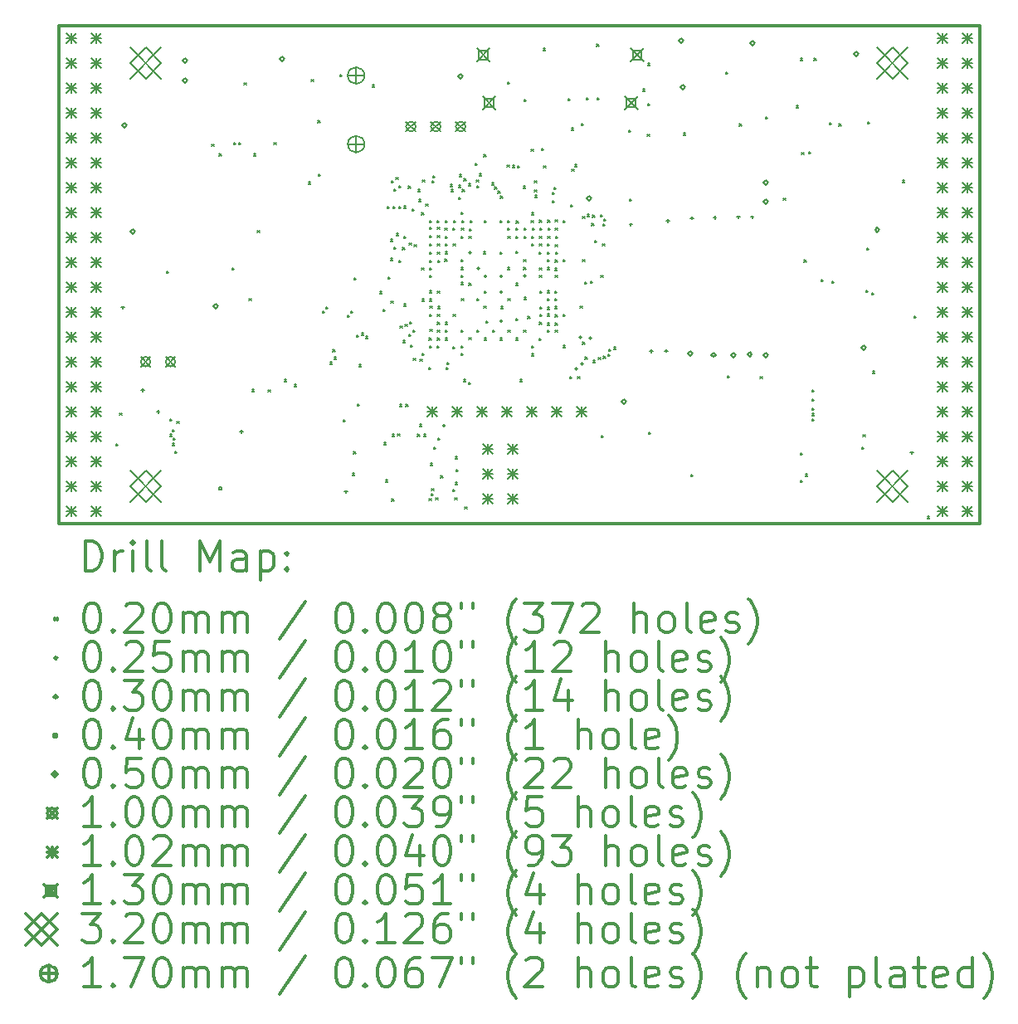
<source format=gbr>
%FSLAX45Y45*%
G04 Gerber Fmt 4.5, Leading zero omitted, Abs format (unit mm)*
G04 Created by KiCad (PCBNEW 5.0.0-rc2-dev-unknown+dfsg1+20180318-2) date Thu May 31 22:35:28 2018*
%MOMM*%
%LPD*%
G01*
G04 APERTURE LIST*
%ADD10C,0.300000*%
%ADD11C,0.200000*%
G04 APERTURE END LIST*
D10*
X9410000Y-6142000D02*
X9410000Y-11222000D01*
X18808000Y-6142000D02*
X9410000Y-6142000D01*
X18808000Y-11222000D02*
X18808000Y-6142000D01*
X9410000Y-11222000D02*
X18808000Y-11222000D01*
D11*
X9998000Y-10410000D02*
X10018000Y-10430000D01*
X10018000Y-10410000D02*
X9998000Y-10430000D01*
X10035000Y-10094400D02*
X10055000Y-10114400D01*
X10055000Y-10094400D02*
X10035000Y-10114400D01*
X10514501Y-8649556D02*
X10534501Y-8669556D01*
X10534501Y-8649556D02*
X10514501Y-8669556D01*
X10545314Y-10310867D02*
X10565314Y-10330867D01*
X10565314Y-10310867D02*
X10545314Y-10330867D01*
X10547276Y-10156132D02*
X10567276Y-10176132D01*
X10567276Y-10156132D02*
X10547276Y-10176132D01*
X10574100Y-10266721D02*
X10594100Y-10286721D01*
X10594100Y-10266721D02*
X10574100Y-10286721D01*
X10574777Y-10403885D02*
X10594777Y-10423885D01*
X10594777Y-10403885D02*
X10574777Y-10423885D01*
X10579048Y-10351357D02*
X10599048Y-10371357D01*
X10599048Y-10351357D02*
X10579048Y-10371357D01*
X10598875Y-10487404D02*
X10618875Y-10507404D01*
X10618875Y-10487404D02*
X10598875Y-10507404D01*
X10617613Y-10179347D02*
X10637613Y-10199347D01*
X10637613Y-10179347D02*
X10617613Y-10199347D01*
X10974000Y-7352000D02*
X10994000Y-7372000D01*
X10994000Y-7352000D02*
X10974000Y-7372000D01*
X11049908Y-7448938D02*
X11069908Y-7468938D01*
X11069908Y-7448938D02*
X11049908Y-7468938D01*
X11179522Y-8615379D02*
X11199522Y-8635379D01*
X11199522Y-8615379D02*
X11179522Y-8635379D01*
X11197485Y-7337442D02*
X11217485Y-7357442D01*
X11217485Y-7337442D02*
X11197485Y-7357442D01*
X11251427Y-7337442D02*
X11271427Y-7357442D01*
X11271427Y-7337442D02*
X11251427Y-7357442D01*
X11305725Y-6724363D02*
X11325725Y-6744363D01*
X11325725Y-6724363D02*
X11305725Y-6744363D01*
X11356061Y-8927572D02*
X11376061Y-8947572D01*
X11376061Y-8927572D02*
X11356061Y-8947572D01*
X11382700Y-9854900D02*
X11402700Y-9874900D01*
X11402700Y-9854900D02*
X11382700Y-9874900D01*
X11400408Y-7451220D02*
X11420408Y-7471220D01*
X11420408Y-7451220D02*
X11400408Y-7471220D01*
X11441393Y-8230943D02*
X11461393Y-8250943D01*
X11461393Y-8230943D02*
X11441393Y-8250943D01*
X11549396Y-9856496D02*
X11569396Y-9876496D01*
X11569396Y-9856496D02*
X11549396Y-9876496D01*
X11609800Y-7337442D02*
X11629800Y-7357442D01*
X11629800Y-7337442D02*
X11609800Y-7357442D01*
X11712900Y-9753301D02*
X11732900Y-9773301D01*
X11732900Y-9753301D02*
X11712900Y-9773301D01*
X11814500Y-9804100D02*
X11834500Y-9824100D01*
X11834500Y-9804100D02*
X11814500Y-9824100D01*
X11959215Y-7739412D02*
X11979215Y-7759412D01*
X11979215Y-7739412D02*
X11959215Y-7759412D01*
X11990800Y-6690800D02*
X12010800Y-6710800D01*
X12010800Y-6690800D02*
X11990800Y-6710800D01*
X12056498Y-7112736D02*
X12076498Y-7132736D01*
X12076498Y-7112736D02*
X12056498Y-7132736D01*
X12063993Y-7659408D02*
X12083993Y-7679408D01*
X12083993Y-7659408D02*
X12063993Y-7679408D01*
X12106600Y-9054800D02*
X12126600Y-9074800D01*
X12126600Y-9054800D02*
X12106600Y-9074800D01*
X12139415Y-9013562D02*
X12159415Y-9033562D01*
X12159415Y-9013562D02*
X12139415Y-9033562D01*
X12182800Y-9575500D02*
X12202800Y-9595500D01*
X12202800Y-9575500D02*
X12182800Y-9595500D01*
X12210364Y-9448538D02*
X12230364Y-9468538D01*
X12230364Y-9448538D02*
X12210364Y-9468538D01*
X12220900Y-9524700D02*
X12240900Y-9544700D01*
X12240900Y-9524700D02*
X12220900Y-9544700D01*
X12282618Y-6643232D02*
X12302618Y-6663232D01*
X12302618Y-6643232D02*
X12282618Y-6663232D01*
X12317388Y-10161592D02*
X12337388Y-10181592D01*
X12337388Y-10161592D02*
X12317388Y-10181592D01*
X12360966Y-9096472D02*
X12380966Y-9116472D01*
X12380966Y-9096472D02*
X12360966Y-9116472D01*
X12391502Y-9053519D02*
X12411502Y-9073519D01*
X12411502Y-9053519D02*
X12391502Y-9073519D01*
X12410242Y-10710764D02*
X12430242Y-10730764D01*
X12430242Y-10710764D02*
X12410242Y-10730764D01*
X12422216Y-10490236D02*
X12442216Y-10510236D01*
X12442216Y-10490236D02*
X12422216Y-10510236D01*
X12426118Y-8717437D02*
X12446118Y-8737437D01*
X12446118Y-8717437D02*
X12426118Y-8737437D01*
X12426118Y-8717437D02*
X12446118Y-8737437D01*
X12446118Y-8717437D02*
X12426118Y-8737437D01*
X12453269Y-9302035D02*
X12473269Y-9322035D01*
X12473269Y-9302035D02*
X12453269Y-9322035D01*
X12460744Y-10002698D02*
X12480744Y-10022698D01*
X12480744Y-10002698D02*
X12460744Y-10022698D01*
X12474902Y-9600287D02*
X12494902Y-9620287D01*
X12494902Y-9600287D02*
X12474902Y-9620287D01*
X12501033Y-9279764D02*
X12521033Y-9299764D01*
X12521033Y-9279764D02*
X12501033Y-9299764D01*
X12542510Y-9313676D02*
X12562510Y-9333676D01*
X12562510Y-9313676D02*
X12542510Y-9333676D01*
X12610450Y-6748537D02*
X12630450Y-6768537D01*
X12630450Y-6748537D02*
X12610450Y-6768537D01*
X12687018Y-8855931D02*
X12707018Y-8875931D01*
X12707018Y-8855931D02*
X12687018Y-8875931D01*
X12720111Y-9035435D02*
X12740111Y-9055435D01*
X12740111Y-9035435D02*
X12720111Y-9055435D01*
X12731909Y-10397773D02*
X12751909Y-10417773D01*
X12751909Y-10397773D02*
X12731909Y-10417773D01*
X12748660Y-10777504D02*
X12768660Y-10797504D01*
X12768660Y-10777504D02*
X12748660Y-10797504D01*
X12764988Y-7989114D02*
X12784988Y-8009114D01*
X12784988Y-7989114D02*
X12764988Y-8009114D01*
X12771035Y-8708207D02*
X12791035Y-8728207D01*
X12791035Y-8708207D02*
X12771035Y-8728207D01*
X12796207Y-8322888D02*
X12816207Y-8342888D01*
X12816207Y-8322888D02*
X12796207Y-8342888D01*
X12799179Y-8517702D02*
X12819179Y-8537702D01*
X12819179Y-8517702D02*
X12799179Y-8537702D01*
X12803679Y-8951152D02*
X12823679Y-8971152D01*
X12823679Y-8951152D02*
X12803679Y-8971152D01*
X12805201Y-7723267D02*
X12825201Y-7743267D01*
X12825201Y-7723267D02*
X12805201Y-7743267D01*
X12811634Y-10971333D02*
X12831634Y-10991333D01*
X12831634Y-10971333D02*
X12811634Y-10991333D01*
X12814780Y-10310898D02*
X12834780Y-10330898D01*
X12834780Y-10310898D02*
X12814780Y-10330898D01*
X12822879Y-7985310D02*
X12842879Y-8005310D01*
X12842879Y-7985310D02*
X12822879Y-8005310D01*
X12834680Y-7807951D02*
X12854680Y-7827951D01*
X12854680Y-7807951D02*
X12834680Y-7827951D01*
X12835268Y-8401687D02*
X12855268Y-8421687D01*
X12855268Y-8401687D02*
X12835268Y-8421687D01*
X12854493Y-7691566D02*
X12874493Y-7711566D01*
X12874493Y-7691566D02*
X12854493Y-7711566D01*
X12859178Y-8263722D02*
X12879178Y-8283722D01*
X12879178Y-8263722D02*
X12859178Y-8283722D01*
X12870682Y-10308590D02*
X12890682Y-10328590D01*
X12890682Y-10308590D02*
X12870682Y-10328590D01*
X12880857Y-7988548D02*
X12900857Y-8008548D01*
X12900857Y-7988548D02*
X12880857Y-8008548D01*
X12881301Y-8540585D02*
X12901301Y-8560585D01*
X12901301Y-8540585D02*
X12881301Y-8560585D01*
X12886175Y-7777882D02*
X12906175Y-7797882D01*
X12906175Y-7777882D02*
X12886175Y-7797882D01*
X12890520Y-10007480D02*
X12910520Y-10027480D01*
X12910520Y-10007480D02*
X12890520Y-10027480D01*
X12895573Y-9206272D02*
X12915573Y-9226272D01*
X12915573Y-9206272D02*
X12895573Y-9226272D01*
X12920256Y-8405350D02*
X12940256Y-8425350D01*
X12940256Y-8405350D02*
X12920256Y-8425350D01*
X12926203Y-9354578D02*
X12946203Y-9374578D01*
X12946203Y-9354578D02*
X12926203Y-9374578D01*
X12933760Y-7984679D02*
X12953760Y-8004679D01*
X12953760Y-7984679D02*
X12933760Y-8004679D01*
X12934924Y-8983794D02*
X12954924Y-9003794D01*
X12954924Y-8983794D02*
X12934924Y-9003794D01*
X12935809Y-8290406D02*
X12955809Y-8310406D01*
X12955809Y-8290406D02*
X12935809Y-8310406D01*
X12946857Y-9190566D02*
X12966857Y-9210566D01*
X12966857Y-9190566D02*
X12946857Y-9210566D01*
X12956000Y-10005500D02*
X12976000Y-10025500D01*
X12976000Y-10005500D02*
X12956000Y-10025500D01*
X12982095Y-7781082D02*
X13002095Y-7801082D01*
X13002095Y-7781082D02*
X12982095Y-7801082D01*
X12987271Y-9293510D02*
X13007271Y-9313510D01*
X13007271Y-9293510D02*
X12987271Y-9313510D01*
X12989202Y-8359151D02*
X13009202Y-8379151D01*
X13009202Y-8359151D02*
X12989202Y-8379151D01*
X12991955Y-9163298D02*
X13011955Y-9183298D01*
X13011955Y-9163298D02*
X12991955Y-9183298D01*
X13002337Y-9402267D02*
X13022337Y-9422267D01*
X13022337Y-9402267D02*
X13002337Y-9422267D01*
X13017215Y-8013821D02*
X13037215Y-8033821D01*
X13037215Y-8013821D02*
X13017215Y-8033821D01*
X13028454Y-9248473D02*
X13048454Y-9268473D01*
X13048454Y-9248473D02*
X13028454Y-9268473D01*
X13032200Y-9535600D02*
X13052200Y-9555600D01*
X13052200Y-9535600D02*
X13032200Y-9555600D01*
X13038793Y-8376986D02*
X13058793Y-8396986D01*
X13058793Y-8376986D02*
X13038793Y-8396986D01*
X13073948Y-10310899D02*
X13093948Y-10330899D01*
X13093948Y-10310899D02*
X13073948Y-10330899D01*
X13077859Y-7815329D02*
X13097859Y-7835329D01*
X13097859Y-7815329D02*
X13077859Y-7835329D01*
X13085264Y-7914901D02*
X13105264Y-7934901D01*
X13105264Y-7914901D02*
X13085264Y-7934901D01*
X13093907Y-10208700D02*
X13113907Y-10228700D01*
X13113907Y-10208700D02*
X13093907Y-10228700D01*
X13098471Y-9546418D02*
X13118471Y-9566418D01*
X13118471Y-9546418D02*
X13098471Y-9566418D01*
X13116430Y-8612711D02*
X13136430Y-8632711D01*
X13136430Y-8612711D02*
X13116430Y-8632711D01*
X13116518Y-8052178D02*
X13136518Y-8072178D01*
X13136518Y-8052178D02*
X13116518Y-8072178D01*
X13117950Y-8930733D02*
X13137950Y-8950733D01*
X13137950Y-8930733D02*
X13117950Y-8950733D01*
X13121616Y-9485914D02*
X13141616Y-9505914D01*
X13141616Y-9485914D02*
X13121616Y-9505914D01*
X13125345Y-7716470D02*
X13145345Y-7736470D01*
X13145345Y-7716470D02*
X13125345Y-7736470D01*
X13135385Y-10310829D02*
X13155385Y-10330829D01*
X13155385Y-10310829D02*
X13135385Y-10330829D01*
X13157757Y-7959799D02*
X13177757Y-7979799D01*
X13177757Y-7959799D02*
X13157757Y-7979799D01*
X13188633Y-9630479D02*
X13208633Y-9650479D01*
X13208633Y-9630479D02*
X13188633Y-9650479D01*
X13192441Y-10966678D02*
X13212441Y-10986678D01*
X13212441Y-10966678D02*
X13192441Y-10986678D01*
X13193199Y-9330000D02*
X13213199Y-9350000D01*
X13213199Y-9330000D02*
X13193199Y-9350000D01*
X13197562Y-8931064D02*
X13217562Y-8951064D01*
X13217562Y-8931064D02*
X13197562Y-8951064D01*
X13197734Y-9090201D02*
X13217734Y-9110201D01*
X13217734Y-9090201D02*
X13197734Y-9110201D01*
X13197902Y-8284734D02*
X13217902Y-8304734D01*
X13217902Y-8284734D02*
X13197902Y-8304734D01*
X13197999Y-8200333D02*
X13217999Y-8220333D01*
X13217999Y-8200333D02*
X13197999Y-8220333D01*
X13198000Y-8690000D02*
X13218000Y-8710000D01*
X13218000Y-8690000D02*
X13198000Y-8710000D01*
X13198000Y-9410000D02*
X13218000Y-9430000D01*
X13218000Y-9410000D02*
X13198000Y-9430000D01*
X13198303Y-8616041D02*
X13218303Y-8636041D01*
X13218303Y-8616041D02*
X13198303Y-8636041D01*
X13198368Y-8369136D02*
X13218368Y-8389136D01*
X13218368Y-8369136D02*
X13198368Y-8389136D01*
X13198405Y-8845827D02*
X13218405Y-8865827D01*
X13218405Y-8845827D02*
X13198405Y-8865827D01*
X13198801Y-8130801D02*
X13218801Y-8150801D01*
X13218801Y-8130801D02*
X13198801Y-8150801D01*
X13198979Y-8537938D02*
X13218979Y-8557938D01*
X13218979Y-8537938D02*
X13198979Y-8557938D01*
X13199289Y-8453537D02*
X13219289Y-8473537D01*
X13219289Y-8453537D02*
X13199289Y-8473537D01*
X13200000Y-9005799D02*
X13220000Y-9025799D01*
X13220000Y-9005799D02*
X13200000Y-9025799D01*
X13201075Y-9242748D02*
X13221075Y-9262748D01*
X13221075Y-9242748D02*
X13201075Y-9262748D01*
X13206286Y-10608587D02*
X13226286Y-10628587D01*
X13226286Y-10608587D02*
X13206286Y-10628587D01*
X13211973Y-10917729D02*
X13231973Y-10937729D01*
X13231973Y-10917729D02*
X13211973Y-10937729D01*
X13218587Y-10865445D02*
X13238587Y-10885445D01*
X13238587Y-10865445D02*
X13218587Y-10885445D01*
X13220903Y-7724256D02*
X13240903Y-7744256D01*
X13240903Y-7724256D02*
X13220903Y-7744256D01*
X13232873Y-7672932D02*
X13252873Y-7692932D01*
X13252873Y-7672932D02*
X13232873Y-7692932D01*
X13236800Y-10440341D02*
X13256800Y-10460341D01*
X13256800Y-10440341D02*
X13236800Y-10460341D01*
X13260800Y-10958000D02*
X13280800Y-10978000D01*
X13280800Y-10958000D02*
X13260800Y-10978000D01*
X13272048Y-8130098D02*
X13292048Y-8150098D01*
X13292048Y-8130098D02*
X13272048Y-8150098D01*
X13274623Y-9409707D02*
X13294623Y-9429707D01*
X13294623Y-9409707D02*
X13274623Y-9429707D01*
X13277261Y-8284735D02*
X13297261Y-8304735D01*
X13297261Y-8284735D02*
X13277261Y-8304735D01*
X13278000Y-8200334D02*
X13298000Y-8220334D01*
X13298000Y-8200334D02*
X13278000Y-8220334D01*
X13278000Y-8850000D02*
X13298000Y-8870000D01*
X13298000Y-8850000D02*
X13278000Y-8870000D01*
X13278000Y-9090000D02*
X13298000Y-9110000D01*
X13298000Y-9090000D02*
X13278000Y-9110000D01*
X13278000Y-9170000D02*
X13298000Y-9190000D01*
X13298000Y-9170000D02*
X13278000Y-9190000D01*
X13278000Y-9250000D02*
X13298000Y-9270000D01*
X13298000Y-9250000D02*
X13278000Y-9270000D01*
X13278000Y-9330000D02*
X13298000Y-9350000D01*
X13298000Y-9330000D02*
X13278000Y-9350000D01*
X13278175Y-8369136D02*
X13298175Y-8389136D01*
X13298175Y-8369136D02*
X13278175Y-8389136D01*
X13278218Y-8453537D02*
X13298218Y-8473537D01*
X13298218Y-8453537D02*
X13278218Y-8473537D01*
X13279688Y-8536938D02*
X13299688Y-8556938D01*
X13299688Y-8536938D02*
X13279688Y-8556938D01*
X13280000Y-9008000D02*
X13300000Y-9028000D01*
X13300000Y-9008000D02*
X13280000Y-9028000D01*
X13282849Y-10350134D02*
X13302849Y-10370134D01*
X13302849Y-10350134D02*
X13282849Y-10370134D01*
X13311600Y-10736500D02*
X13331600Y-10756500D01*
X13331600Y-10736500D02*
X13311600Y-10756500D01*
X13352314Y-8526642D02*
X13372314Y-8546642D01*
X13372314Y-8526642D02*
X13352314Y-8546642D01*
X13354839Y-8209060D02*
X13374839Y-8229060D01*
X13374839Y-8209060D02*
X13354839Y-8229060D01*
X13356449Y-8131468D02*
X13376449Y-8151468D01*
X13376449Y-8131468D02*
X13356449Y-8151468D01*
X13357194Y-8449520D02*
X13377194Y-8469520D01*
X13377194Y-8449520D02*
X13357194Y-8469520D01*
X13358000Y-8290000D02*
X13378000Y-8310000D01*
X13378000Y-8290000D02*
X13358000Y-8310000D01*
X13358000Y-8370000D02*
X13378000Y-8390000D01*
X13378000Y-8370000D02*
X13358000Y-8390000D01*
X13358000Y-9170000D02*
X13378000Y-9190000D01*
X13378000Y-9170000D02*
X13358000Y-9190000D01*
X13358000Y-9250000D02*
X13378000Y-9270000D01*
X13378000Y-9250000D02*
X13358000Y-9270000D01*
X13358548Y-9330230D02*
X13378548Y-9350230D01*
X13378548Y-9330230D02*
X13358548Y-9350230D01*
X13366285Y-9629515D02*
X13386285Y-9649515D01*
X13386285Y-9629515D02*
X13366285Y-9649515D01*
X13375239Y-9577580D02*
X13395239Y-9597580D01*
X13395239Y-9577580D02*
X13375239Y-9597580D01*
X13407730Y-7762109D02*
X13427730Y-7782109D01*
X13427730Y-7762109D02*
X13407730Y-7782109D01*
X13415018Y-7815381D02*
X13435018Y-7835381D01*
X13435018Y-7815381D02*
X13415018Y-7835381D01*
X13433398Y-8208015D02*
X13453398Y-8228015D01*
X13453398Y-8208015D02*
X13433398Y-8228015D01*
X13435582Y-9416717D02*
X13455582Y-9436717D01*
X13455582Y-9416717D02*
X13435582Y-9436717D01*
X13436400Y-10874197D02*
X13456400Y-10894197D01*
X13456400Y-10874197D02*
X13436400Y-10894197D01*
X13438000Y-8370000D02*
X13458000Y-8390000D01*
X13458000Y-8370000D02*
X13438000Y-8390000D01*
X13438000Y-9090000D02*
X13458000Y-9110000D01*
X13458000Y-9090000D02*
X13438000Y-9110000D01*
X13440850Y-8130675D02*
X13460850Y-8150675D01*
X13460850Y-8130675D02*
X13440850Y-8150675D01*
X13453687Y-10961995D02*
X13473687Y-10981995D01*
X13473687Y-10961995D02*
X13453687Y-10981995D01*
X13457587Y-10803159D02*
X13477587Y-10823159D01*
X13477587Y-10803159D02*
X13457587Y-10823159D01*
X13460735Y-10540845D02*
X13480735Y-10560845D01*
X13480735Y-10540845D02*
X13460735Y-10560845D01*
X13465065Y-10671051D02*
X13485065Y-10691051D01*
X13485065Y-10671051D02*
X13465065Y-10691051D01*
X13492132Y-7892495D02*
X13512132Y-7912495D01*
X13512132Y-7892495D02*
X13492132Y-7912495D01*
X13493478Y-7773120D02*
X13513478Y-7793120D01*
X13513478Y-7773120D02*
X13493478Y-7793120D01*
X13502968Y-7663013D02*
X13522968Y-7683013D01*
X13522968Y-7663013D02*
X13502968Y-7683013D01*
X13516300Y-8762700D02*
X13536300Y-8782700D01*
X13536300Y-8762700D02*
X13516300Y-8782700D01*
X13518000Y-8292201D02*
X13538000Y-8312201D01*
X13538000Y-8292201D02*
X13518000Y-8312201D01*
X13518000Y-8530000D02*
X13538000Y-8550000D01*
X13538000Y-8530000D02*
X13518000Y-8550000D01*
X13518000Y-8610000D02*
X13538000Y-8630000D01*
X13538000Y-8610000D02*
X13518000Y-8630000D01*
X13518000Y-8690000D02*
X13538000Y-8710000D01*
X13538000Y-8690000D02*
X13518000Y-8710000D01*
X13518000Y-9250000D02*
X13538000Y-9270000D01*
X13538000Y-9250000D02*
X13518000Y-9270000D01*
X13518128Y-8048312D02*
X13538128Y-8068312D01*
X13538128Y-8048312D02*
X13518128Y-8068312D01*
X13518463Y-9488530D02*
X13538463Y-9508530D01*
X13538463Y-9488530D02*
X13518463Y-9508530D01*
X13518862Y-9412562D02*
X13538862Y-9432562D01*
X13538862Y-9412562D02*
X13518862Y-9432562D01*
X13521538Y-8209385D02*
X13541538Y-8229385D01*
X13541538Y-8209385D02*
X13521538Y-8229385D01*
X13524276Y-8928163D02*
X13544276Y-8948163D01*
X13544276Y-8928163D02*
X13524276Y-8948163D01*
X13525957Y-8129544D02*
X13545957Y-8149544D01*
X13545957Y-8129544D02*
X13525957Y-8149544D01*
X13531439Y-7812965D02*
X13551439Y-7832965D01*
X13551439Y-7812965D02*
X13531439Y-7832965D01*
X13541700Y-9753300D02*
X13561700Y-9773300D01*
X13561700Y-9753300D02*
X13541700Y-9773300D01*
X13548770Y-7704070D02*
X13568770Y-7724070D01*
X13568770Y-7704070D02*
X13548770Y-7724070D01*
X13555656Y-11051071D02*
X13575656Y-11071071D01*
X13575656Y-11051071D02*
X13555656Y-11071071D01*
X13594882Y-7754550D02*
X13614882Y-7774550D01*
X13614882Y-7754550D02*
X13594882Y-7774550D01*
X13595027Y-9781423D02*
X13615027Y-9801423D01*
X13615027Y-9781423D02*
X13595027Y-9801423D01*
X13598000Y-8290000D02*
X13618000Y-8310000D01*
X13618000Y-8290000D02*
X13598000Y-8310000D01*
X13598000Y-8770000D02*
X13618000Y-8790000D01*
X13618000Y-8770000D02*
X13598000Y-8790000D01*
X13599596Y-9326965D02*
X13619596Y-9346965D01*
X13619596Y-9326965D02*
X13599596Y-9346965D01*
X13602455Y-8216004D02*
X13622455Y-8236004D01*
X13622455Y-8216004D02*
X13602455Y-8236004D01*
X13613334Y-8133723D02*
X13633334Y-8153723D01*
X13633334Y-8133723D02*
X13613334Y-8153723D01*
X13664259Y-7547941D02*
X13684259Y-7567941D01*
X13684259Y-7547941D02*
X13664259Y-7567941D01*
X13676320Y-7718760D02*
X13696320Y-7738760D01*
X13696320Y-7718760D02*
X13676320Y-7738760D01*
X13678000Y-8930000D02*
X13698000Y-8950000D01*
X13698000Y-8930000D02*
X13678000Y-8950000D01*
X13678000Y-9250000D02*
X13698000Y-9270000D01*
X13698000Y-9250000D02*
X13678000Y-9270000D01*
X13679461Y-7776107D02*
X13699461Y-7796107D01*
X13699461Y-7776107D02*
X13679461Y-7796107D01*
X13707437Y-7652487D02*
X13727437Y-7672487D01*
X13727437Y-7652487D02*
X13707437Y-7672487D01*
X13745078Y-8447729D02*
X13765078Y-8467729D01*
X13765078Y-8447729D02*
X13745078Y-8467729D01*
X13752489Y-9002290D02*
X13772489Y-9022290D01*
X13772489Y-9002290D02*
X13752489Y-9022290D01*
X13752520Y-7459680D02*
X13772520Y-7479680D01*
X13772520Y-7459680D02*
X13752520Y-7479680D01*
X13758000Y-8130000D02*
X13778000Y-8150000D01*
X13778000Y-8130000D02*
X13758000Y-8150000D01*
X13758000Y-8850000D02*
X13778000Y-8870000D01*
X13778000Y-8850000D02*
X13758000Y-8870000D01*
X13758000Y-9330000D02*
X13778000Y-9350000D01*
X13778000Y-9330000D02*
X13758000Y-9350000D01*
X13770300Y-9156400D02*
X13790300Y-9176400D01*
X13790300Y-9156400D02*
X13770300Y-9176400D01*
X13830592Y-7745154D02*
X13850592Y-7765154D01*
X13850592Y-7745154D02*
X13830592Y-7765154D01*
X13838000Y-9250000D02*
X13858000Y-9270000D01*
X13858000Y-9250000D02*
X13838000Y-9270000D01*
X13862293Y-7788159D02*
X13882293Y-7808159D01*
X13882293Y-7788159D02*
X13862293Y-7808159D01*
X13893994Y-7831909D02*
X13913994Y-7851909D01*
X13913994Y-7831909D02*
X13893994Y-7851909D01*
X13917252Y-8451135D02*
X13937252Y-8471135D01*
X13937252Y-8451135D02*
X13917252Y-8471135D01*
X13918000Y-8130000D02*
X13938000Y-8150000D01*
X13938000Y-8130000D02*
X13918000Y-8150000D01*
X13918000Y-9330000D02*
X13938000Y-9350000D01*
X13938000Y-9330000D02*
X13918000Y-9350000D01*
X13921466Y-7881869D02*
X13941466Y-7901869D01*
X13941466Y-7881869D02*
X13921466Y-7901869D01*
X13922232Y-9006404D02*
X13942232Y-9026404D01*
X13942232Y-9006404D02*
X13922232Y-9026404D01*
X13989274Y-7564800D02*
X14009274Y-7584800D01*
X14009274Y-7564800D02*
X13989274Y-7584800D01*
X13991460Y-8609297D02*
X14011460Y-8629297D01*
X14011460Y-8609297D02*
X13991460Y-8629297D01*
X13992898Y-8130000D02*
X14012898Y-8150000D01*
X14012898Y-8130000D02*
X13992898Y-8150000D01*
X13992898Y-8210000D02*
X14012898Y-8230000D01*
X14012898Y-8210000D02*
X13992898Y-8230000D01*
X13993243Y-6718693D02*
X14013243Y-6738693D01*
X14013243Y-6718693D02*
X13993243Y-6738693D01*
X13996000Y-8292000D02*
X14016000Y-8312000D01*
X14016000Y-8292000D02*
X13996000Y-8312000D01*
X13998000Y-8930000D02*
X14018000Y-8950000D01*
X14018000Y-8930000D02*
X13998000Y-8950000D01*
X13998000Y-9250000D02*
X14018000Y-9270000D01*
X14018000Y-9250000D02*
X13998000Y-9270000D01*
X14041773Y-7569399D02*
X14061773Y-7589399D01*
X14061773Y-7569399D02*
X14041773Y-7589399D01*
X14076133Y-8294127D02*
X14096133Y-8314127D01*
X14096133Y-8294127D02*
X14076133Y-8314127D01*
X14077299Y-8207716D02*
X14097299Y-8227716D01*
X14097299Y-8207716D02*
X14077299Y-8227716D01*
X14077419Y-9133335D02*
X14097419Y-9153335D01*
X14097419Y-9133335D02*
X14077419Y-9153335D01*
X14077693Y-8445254D02*
X14097693Y-8465254D01*
X14097693Y-8445254D02*
X14077693Y-8465254D01*
X14078000Y-9330000D02*
X14098000Y-9350000D01*
X14098000Y-9330000D02*
X14078000Y-9350000D01*
X14079623Y-8771623D02*
X14099623Y-8791623D01*
X14099623Y-8771623D02*
X14079623Y-8791623D01*
X14082264Y-8134744D02*
X14102264Y-8154744D01*
X14102264Y-8134744D02*
X14082264Y-8154744D01*
X14094211Y-7574661D02*
X14114211Y-7594661D01*
X14114211Y-7574661D02*
X14094211Y-7594661D01*
X14118066Y-9754201D02*
X14138066Y-9774201D01*
X14138066Y-9754201D02*
X14118066Y-9774201D01*
X14152481Y-7781450D02*
X14172481Y-7801450D01*
X14172481Y-7781450D02*
X14152481Y-7801450D01*
X14158000Y-8530000D02*
X14178000Y-8550000D01*
X14178000Y-8530000D02*
X14158000Y-8550000D01*
X14158000Y-8610000D02*
X14178000Y-8630000D01*
X14178000Y-8610000D02*
X14158000Y-8630000D01*
X14158000Y-9250000D02*
X14178000Y-9270000D01*
X14178000Y-9250000D02*
X14158000Y-9270000D01*
X14162701Y-8209494D02*
X14182701Y-8229494D01*
X14182701Y-8209494D02*
X14162701Y-8229494D01*
X14162701Y-8289887D02*
X14182701Y-8309887D01*
X14182701Y-8289887D02*
X14162701Y-8309887D01*
X14164000Y-8915099D02*
X14184000Y-8935099D01*
X14184000Y-8915099D02*
X14164000Y-8935099D01*
X14164285Y-6893836D02*
X14184285Y-6913836D01*
X14184285Y-6893836D02*
X14164285Y-6913836D01*
X14200722Y-9110102D02*
X14220722Y-9130102D01*
X14220722Y-9110102D02*
X14200722Y-9130102D01*
X14233699Y-7403800D02*
X14253699Y-7423800D01*
X14253699Y-7403800D02*
X14233699Y-7423800D01*
X14235032Y-8132000D02*
X14255032Y-8152000D01*
X14255032Y-8132000D02*
X14235032Y-8152000D01*
X14236000Y-8052000D02*
X14256000Y-8072000D01*
X14256000Y-8052000D02*
X14236000Y-8072000D01*
X14236000Y-8292000D02*
X14256000Y-8312000D01*
X14256000Y-8292000D02*
X14236000Y-8312000D01*
X14238000Y-8370000D02*
X14258000Y-8390000D01*
X14258000Y-8370000D02*
X14238000Y-8390000D01*
X14238000Y-9410000D02*
X14258000Y-9430000D01*
X14258000Y-9410000D02*
X14238000Y-9430000D01*
X14238000Y-9490000D02*
X14258000Y-9510000D01*
X14258000Y-9490000D02*
X14238000Y-9510000D01*
X14247102Y-8210435D02*
X14267102Y-8230435D01*
X14267102Y-8210435D02*
X14247102Y-8230435D01*
X14268441Y-7818307D02*
X14288441Y-7838307D01*
X14288441Y-7818307D02*
X14268441Y-7838307D01*
X14268583Y-7724192D02*
X14288583Y-7744192D01*
X14288583Y-7724192D02*
X14268583Y-7744192D01*
X14271130Y-7874603D02*
X14291130Y-7894603D01*
X14291130Y-7874603D02*
X14271130Y-7894603D01*
X14316000Y-8452000D02*
X14336000Y-8472000D01*
X14336000Y-8452000D02*
X14316000Y-8472000D01*
X14316969Y-9331491D02*
X14336969Y-9351491D01*
X14336969Y-9331491D02*
X14316969Y-9351491D01*
X14318000Y-8370000D02*
X14338000Y-8390000D01*
X14338000Y-8370000D02*
X14318000Y-8390000D01*
X14318000Y-8690000D02*
X14338000Y-8710000D01*
X14338000Y-8690000D02*
X14318000Y-8710000D01*
X14318000Y-9170000D02*
X14338000Y-9190000D01*
X14338000Y-9170000D02*
X14318000Y-9190000D01*
X14318740Y-8294201D02*
X14338740Y-8314201D01*
X14338740Y-8294201D02*
X14318740Y-8314201D01*
X14319433Y-8127729D02*
X14339433Y-8147729D01*
X14339433Y-8127729D02*
X14319433Y-8147729D01*
X14320000Y-8612000D02*
X14340000Y-8632000D01*
X14340000Y-8612000D02*
X14320000Y-8632000D01*
X14322201Y-8849503D02*
X14342201Y-8869503D01*
X14342201Y-8849503D02*
X14322201Y-8869503D01*
X14322201Y-9010195D02*
X14342201Y-9030195D01*
X14342201Y-9010195D02*
X14322201Y-9030195D01*
X14322201Y-9090066D02*
X14342201Y-9110066D01*
X14342201Y-9090066D02*
X14322201Y-9110066D01*
X14323265Y-8209799D02*
X14343265Y-8229799D01*
X14343265Y-8209799D02*
X14323265Y-8229799D01*
X14341800Y-7397450D02*
X14361800Y-7417450D01*
X14361800Y-7397450D02*
X14341800Y-7417450D01*
X14355067Y-6376252D02*
X14375067Y-6396252D01*
X14375067Y-6376252D02*
X14355067Y-6396252D01*
X14360888Y-7571730D02*
X14380888Y-7591730D01*
X14380888Y-7571730D02*
X14360888Y-7591730D01*
X14396483Y-9177765D02*
X14416483Y-9197765D01*
X14416483Y-9177765D02*
X14396483Y-9197765D01*
X14397624Y-8929530D02*
X14417624Y-8949530D01*
X14417624Y-8929530D02*
X14397624Y-8949530D01*
X14397701Y-9016697D02*
X14417701Y-9036697D01*
X14417701Y-9016697D02*
X14397701Y-9036697D01*
X14398000Y-8610000D02*
X14418000Y-8630000D01*
X14418000Y-8610000D02*
X14398000Y-8630000D01*
X14398000Y-9085650D02*
X14418000Y-9105650D01*
X14418000Y-9085650D02*
X14398000Y-9105650D01*
X14398283Y-8848451D02*
X14418283Y-8868451D01*
X14418283Y-8848451D02*
X14398283Y-8868451D01*
X14400201Y-8529722D02*
X14420201Y-8549722D01*
X14420201Y-8529722D02*
X14400201Y-8549722D01*
X14400319Y-8367799D02*
X14420319Y-8387799D01*
X14420319Y-8367799D02*
X14400319Y-8387799D01*
X14400350Y-8456040D02*
X14420350Y-8476040D01*
X14420350Y-8456040D02*
X14400350Y-8476040D01*
X14401325Y-9248876D02*
X14421325Y-9268876D01*
X14421325Y-9248876D02*
X14401325Y-9268876D01*
X14403141Y-8290000D02*
X14423141Y-8310000D01*
X14423141Y-8290000D02*
X14403141Y-8310000D01*
X14403835Y-8128377D02*
X14423835Y-8148377D01*
X14423835Y-8128377D02*
X14403835Y-8148377D01*
X14407666Y-8210000D02*
X14427666Y-8230000D01*
X14427666Y-8210000D02*
X14407666Y-8230000D01*
X14450634Y-7841735D02*
X14470634Y-7861735D01*
X14470634Y-7841735D02*
X14450634Y-7861735D01*
X14450634Y-7926136D02*
X14470634Y-7946136D01*
X14470634Y-7926136D02*
X14450634Y-7946136D01*
X14469153Y-7792394D02*
X14489153Y-7812394D01*
X14489153Y-7792394D02*
X14469153Y-7812394D01*
X14475676Y-8924990D02*
X14495676Y-8944990D01*
X14495676Y-8924990D02*
X14475676Y-8944990D01*
X14476724Y-9009392D02*
X14496724Y-9029392D01*
X14496724Y-9009392D02*
X14476724Y-9029392D01*
X14477515Y-8619275D02*
X14497515Y-8639275D01*
X14497515Y-8619275D02*
X14477515Y-8639275D01*
X14477765Y-8852201D02*
X14497765Y-8872201D01*
X14497765Y-8852201D02*
X14477765Y-8872201D01*
X14478235Y-9247799D02*
X14498235Y-9267799D01*
X14498235Y-9247799D02*
X14478235Y-9267799D01*
X14478778Y-8123192D02*
X14498778Y-8143192D01*
X14498778Y-8123192D02*
X14478778Y-8143192D01*
X14478812Y-8207593D02*
X14498812Y-8227593D01*
X14498812Y-8207593D02*
X14478812Y-8227593D01*
X14478935Y-8534874D02*
X14498935Y-8554874D01*
X14498935Y-8534874D02*
X14478935Y-8554874D01*
X14479160Y-9178194D02*
X14499160Y-9198194D01*
X14499160Y-9178194D02*
X14479160Y-9198194D01*
X14479432Y-8687756D02*
X14499432Y-8707756D01*
X14499432Y-8687756D02*
X14479432Y-8707756D01*
X14479670Y-8376395D02*
X14499670Y-8396395D01*
X14499670Y-8376395D02*
X14479670Y-8396395D01*
X14480294Y-9093793D02*
X14500294Y-9113793D01*
X14500294Y-9093793D02*
X14480294Y-9113793D01*
X14481241Y-8455796D02*
X14501241Y-8475796D01*
X14501241Y-8455796D02*
X14481241Y-8475796D01*
X14481689Y-8291994D02*
X14501689Y-8311994D01*
X14501689Y-8291994D02*
X14481689Y-8311994D01*
X14557281Y-8529606D02*
X14577281Y-8549606D01*
X14577281Y-8529606D02*
X14557281Y-8549606D01*
X14558000Y-8130512D02*
X14578000Y-8150512D01*
X14578000Y-8130512D02*
X14558000Y-8150512D01*
X14558739Y-9089665D02*
X14578739Y-9109665D01*
X14578739Y-9089665D02*
X14558739Y-9109665D01*
X14559124Y-9406675D02*
X14579124Y-9426675D01*
X14579124Y-9406675D02*
X14559124Y-9426675D01*
X14613342Y-6884608D02*
X14633342Y-6904608D01*
X14633342Y-6884608D02*
X14613342Y-6904608D01*
X14629479Y-9723392D02*
X14649479Y-9743392D01*
X14649479Y-9723392D02*
X14629479Y-9743392D01*
X14638141Y-7971938D02*
X14658141Y-7991938D01*
X14658141Y-7971938D02*
X14638141Y-7991938D01*
X14646600Y-7187900D02*
X14666600Y-7207900D01*
X14666600Y-7187900D02*
X14646600Y-7207900D01*
X14648744Y-7607406D02*
X14668744Y-7627406D01*
X14668744Y-7607406D02*
X14648744Y-7627406D01*
X14680980Y-7560789D02*
X14700980Y-7580789D01*
X14700980Y-7560789D02*
X14680980Y-7580789D01*
X14707598Y-9723392D02*
X14727598Y-9743392D01*
X14727598Y-9723392D02*
X14707598Y-9743392D01*
X14733095Y-9001248D02*
X14753095Y-9021248D01*
X14753095Y-9001248D02*
X14733095Y-9021248D01*
X14748200Y-7143450D02*
X14768200Y-7163450D01*
X14768200Y-7143450D02*
X14748200Y-7163450D01*
X14758739Y-8527409D02*
X14778739Y-8547409D01*
X14778739Y-8527409D02*
X14758739Y-8547409D01*
X14758831Y-8088311D02*
X14778831Y-8108311D01*
X14778831Y-8088311D02*
X14758831Y-8108311D01*
X14760000Y-9372000D02*
X14780000Y-9392000D01*
X14780000Y-9372000D02*
X14760000Y-9392000D01*
X14781079Y-8758342D02*
X14801079Y-8778342D01*
X14801079Y-8758342D02*
X14781079Y-8778342D01*
X14782886Y-9523902D02*
X14802886Y-9543902D01*
X14802886Y-9523902D02*
X14782886Y-9543902D01*
X14799000Y-6876750D02*
X14819000Y-6896750D01*
X14819000Y-6876750D02*
X14799000Y-6896750D01*
X14807525Y-8068155D02*
X14827525Y-8088155D01*
X14827525Y-8068155D02*
X14807525Y-8088155D01*
X14838354Y-8752346D02*
X14858354Y-8772346D01*
X14858354Y-8752346D02*
X14838354Y-8772346D01*
X14851066Y-8160586D02*
X14871066Y-8180586D01*
X14871066Y-8160586D02*
X14851066Y-8180586D01*
X14859611Y-8076185D02*
X14879611Y-8096185D01*
X14879611Y-8076185D02*
X14859611Y-8096185D01*
X14864798Y-9556963D02*
X14884798Y-9576963D01*
X14884798Y-9556963D02*
X14864798Y-9576963D01*
X14882151Y-8334201D02*
X14902151Y-8354201D01*
X14902151Y-8334201D02*
X14882151Y-8354201D01*
X14903412Y-6332405D02*
X14923412Y-6352405D01*
X14923412Y-6332405D02*
X14903412Y-6352405D01*
X14906950Y-6876750D02*
X14926950Y-6896750D01*
X14926950Y-6876750D02*
X14906950Y-6896750D01*
X14918439Y-9527799D02*
X14938439Y-9547799D01*
X14938439Y-9527799D02*
X14918439Y-9547799D01*
X14942722Y-8073801D02*
X14962722Y-8093801D01*
X14962722Y-8073801D02*
X14942722Y-8093801D01*
X14945314Y-8688944D02*
X14965314Y-8708944D01*
X14965314Y-8688944D02*
X14945314Y-8708944D01*
X14947728Y-10322085D02*
X14967728Y-10342085D01*
X14967728Y-10322085D02*
X14947728Y-10342085D01*
X14963249Y-8370769D02*
X14983249Y-8390769D01*
X14983249Y-8370769D02*
X14963249Y-8390769D01*
X14968729Y-8167499D02*
X14988729Y-8187499D01*
X14988729Y-8167499D02*
X14968729Y-8187499D01*
X14969589Y-9515108D02*
X14989589Y-9535108D01*
X14989589Y-9515108D02*
X14969589Y-9535108D01*
X14975319Y-8115211D02*
X14995319Y-8135211D01*
X14995319Y-8115211D02*
X14975319Y-8135211D01*
X15017890Y-9494025D02*
X15037890Y-9514025D01*
X15037890Y-9494025D02*
X15017890Y-9514025D01*
X15024597Y-9441753D02*
X15044597Y-9461753D01*
X15044597Y-9441753D02*
X15024597Y-9461753D01*
X15078921Y-9423257D02*
X15098921Y-9443257D01*
X15098921Y-9423257D02*
X15078921Y-9443257D01*
X15230800Y-7206950D02*
X15250800Y-7226950D01*
X15250800Y-7206950D02*
X15230800Y-7226950D01*
X15239707Y-7909347D02*
X15259707Y-7929347D01*
X15259707Y-7909347D02*
X15239707Y-7929347D01*
X15370500Y-6789627D02*
X15390500Y-6809627D01*
X15390500Y-6789627D02*
X15370500Y-6809627D01*
X15419800Y-7249600D02*
X15439800Y-7269600D01*
X15439800Y-7249600D02*
X15419800Y-7269600D01*
X15421300Y-6527500D02*
X15441300Y-6547500D01*
X15441300Y-6527500D02*
X15421300Y-6547500D01*
X15421300Y-6940250D02*
X15441300Y-6960250D01*
X15441300Y-6940250D02*
X15421300Y-6960250D01*
X15432558Y-10288777D02*
X15452558Y-10308777D01*
X15452558Y-10288777D02*
X15432558Y-10308777D01*
X15789600Y-7238700D02*
X15809600Y-7258700D01*
X15809600Y-7238700D02*
X15789600Y-7258700D01*
X15861665Y-10722518D02*
X15881665Y-10742518D01*
X15881665Y-10722518D02*
X15861665Y-10742518D01*
X16217147Y-6618496D02*
X16237147Y-6638496D01*
X16237147Y-6618496D02*
X16217147Y-6638496D01*
X16234100Y-9717000D02*
X16254100Y-9737000D01*
X16254100Y-9717000D02*
X16234100Y-9737000D01*
X16360322Y-7144216D02*
X16380322Y-7164216D01*
X16380322Y-7144216D02*
X16360322Y-7164216D01*
X16570337Y-9724488D02*
X16590337Y-9744488D01*
X16590337Y-9724488D02*
X16570337Y-9744488D01*
X16625348Y-7073546D02*
X16645348Y-7093546D01*
X16645348Y-7073546D02*
X16625348Y-7093546D01*
X16806644Y-7900804D02*
X16826644Y-7920804D01*
X16826644Y-7900804D02*
X16806644Y-7920804D01*
X16941704Y-6958649D02*
X16961704Y-6978649D01*
X16961704Y-6958649D02*
X16941704Y-6978649D01*
X16981900Y-6474900D02*
X17001900Y-6494900D01*
X17001900Y-6474900D02*
X16981900Y-6494900D01*
X16983400Y-10502600D02*
X17003400Y-10522600D01*
X17003400Y-10502600D02*
X16983400Y-10522600D01*
X16983400Y-10782000D02*
X17003400Y-10802000D01*
X17003400Y-10782000D02*
X16983400Y-10802000D01*
X16992648Y-7438502D02*
X17012648Y-7458502D01*
X17012648Y-7438502D02*
X16992648Y-7458502D01*
X17020954Y-8534153D02*
X17040954Y-8554153D01*
X17040954Y-8534153D02*
X17020954Y-8554153D01*
X17031101Y-10718620D02*
X17051101Y-10738620D01*
X17051101Y-10718620D02*
X17031101Y-10738620D01*
X17063907Y-7430637D02*
X17083907Y-7450637D01*
X17083907Y-7430637D02*
X17063907Y-7450637D01*
X17098912Y-9856600D02*
X17118912Y-9876600D01*
X17118912Y-9856600D02*
X17098912Y-9876600D01*
X17098912Y-9951966D02*
X17118912Y-9971966D01*
X17118912Y-9951966D02*
X17098912Y-9971966D01*
X17098912Y-10045982D02*
X17118912Y-10065982D01*
X17118912Y-10045982D02*
X17098912Y-10065982D01*
X17098912Y-10098683D02*
X17118912Y-10118683D01*
X17118912Y-10098683D02*
X17098912Y-10118683D01*
X17098912Y-10155324D02*
X17118912Y-10175324D01*
X17118912Y-10155324D02*
X17098912Y-10175324D01*
X17121600Y-6474900D02*
X17141600Y-6494900D01*
X17141600Y-6474900D02*
X17121600Y-6494900D01*
X17194707Y-8733845D02*
X17214707Y-8753845D01*
X17214707Y-8733845D02*
X17194707Y-8753845D01*
X17275372Y-7130727D02*
X17295372Y-7150727D01*
X17295372Y-7130727D02*
X17275372Y-7150727D01*
X17303795Y-8749428D02*
X17323795Y-8769428D01*
X17323795Y-8749428D02*
X17303795Y-8769428D01*
X17375600Y-7143899D02*
X17395600Y-7163899D01*
X17395600Y-7143899D02*
X17375600Y-7163899D01*
X17608573Y-10442076D02*
X17628573Y-10462076D01*
X17628573Y-10442076D02*
X17608573Y-10462076D01*
X17620559Y-10317981D02*
X17640559Y-10337981D01*
X17640559Y-10317981D02*
X17620559Y-10337981D01*
X17650543Y-8840716D02*
X17670543Y-8860716D01*
X17670543Y-8840716D02*
X17650543Y-8860716D01*
X17660000Y-8412000D02*
X17680000Y-8432000D01*
X17680000Y-8412000D02*
X17660000Y-8432000D01*
X17669708Y-7124179D02*
X17689708Y-7144179D01*
X17689708Y-7124179D02*
X17669708Y-7144179D01*
X17711107Y-8866403D02*
X17731107Y-8886403D01*
X17731107Y-8866403D02*
X17711107Y-8886403D01*
X17718798Y-9667866D02*
X17738798Y-9687866D01*
X17738798Y-9667866D02*
X17718798Y-9687866D01*
X18024078Y-7721693D02*
X18044078Y-7741693D01*
X18044078Y-7721693D02*
X18024078Y-7741693D01*
X18139100Y-9105600D02*
X18159100Y-9125600D01*
X18159100Y-9105600D02*
X18139100Y-9125600D01*
X18278800Y-11150300D02*
X18298800Y-11170300D01*
X18298800Y-11150300D02*
X18278800Y-11170300D01*
X13357629Y-10223262D02*
G75*
G03X13357629Y-10223262I-12700J0D01*
G01*
X13620700Y-8460000D02*
G75*
G03X13620700Y-8460000I-12700J0D01*
G01*
X13706511Y-8619631D02*
G75*
G03X13706511Y-8619631I-12700J0D01*
G01*
X13780700Y-8700000D02*
G75*
G03X13780700Y-8700000I-12700J0D01*
G01*
X13939164Y-9161521D02*
G75*
G03X13939164Y-9161521I-12700J0D01*
G01*
X13940700Y-8700000D02*
G75*
G03X13940700Y-8700000I-12700J0D01*
G01*
X13940700Y-8860000D02*
G75*
G03X13940700Y-8860000I-12700J0D01*
G01*
X14180298Y-8698652D02*
G75*
G03X14180298Y-8698652I-12700J0D01*
G01*
X14706928Y-9645206D02*
G75*
G03X14706928Y-9645206I-12700J0D01*
G01*
X14747089Y-9321713D02*
G75*
G03X14747089Y-9321713I-12700J0D01*
G01*
X14766147Y-9591326D02*
G75*
G03X14766147Y-9591326I-12700J0D01*
G01*
X14847601Y-9332231D02*
G75*
G03X14847601Y-9332231I-12700J0D01*
G01*
X10065212Y-9001224D02*
X10065212Y-9031224D01*
X10050212Y-9016224D02*
X10080212Y-9016224D01*
X10271005Y-9844495D02*
X10271005Y-9874495D01*
X10256005Y-9859495D02*
X10286005Y-9859495D01*
X10426000Y-10064000D02*
X10426000Y-10094000D01*
X10411000Y-10079000D02*
X10441000Y-10079000D01*
X11278400Y-10269000D02*
X11278400Y-10299000D01*
X11263400Y-10284000D02*
X11293400Y-10284000D01*
X12343700Y-10882200D02*
X12343700Y-10912200D01*
X12328700Y-10897200D02*
X12358700Y-10897200D01*
X15251012Y-8154523D02*
X15251012Y-8184523D01*
X15236012Y-8169523D02*
X15266012Y-8169523D01*
X15459390Y-9445795D02*
X15459390Y-9475795D01*
X15444390Y-9460795D02*
X15474390Y-9460795D01*
X15609100Y-9443500D02*
X15609100Y-9473500D01*
X15594100Y-9458500D02*
X15624100Y-9458500D01*
X15626277Y-8119937D02*
X15626277Y-8149937D01*
X15611277Y-8134937D02*
X15641277Y-8134937D01*
X15873113Y-8089893D02*
X15873113Y-8119893D01*
X15858113Y-8104893D02*
X15888113Y-8104893D01*
X16107576Y-8084202D02*
X16107576Y-8114202D01*
X16092576Y-8099202D02*
X16122576Y-8099202D01*
X16346298Y-8079243D02*
X16346298Y-8109243D01*
X16331298Y-8094243D02*
X16361298Y-8094243D01*
X16488287Y-8078899D02*
X16488287Y-8108899D01*
X16473287Y-8093899D02*
X16503287Y-8093899D01*
X18115592Y-10483071D02*
X18115592Y-10513071D01*
X18100592Y-10498071D02*
X18130592Y-10498071D01*
X11073534Y-10877788D02*
X11073534Y-10849504D01*
X11045249Y-10849504D01*
X11045249Y-10877788D01*
X11073534Y-10877788D01*
X10085589Y-7182486D02*
X10110589Y-7157486D01*
X10085589Y-7132486D01*
X10060589Y-7157486D01*
X10085589Y-7182486D01*
X10170789Y-8267318D02*
X10195789Y-8242318D01*
X10170789Y-8217318D01*
X10145789Y-8242318D01*
X10170789Y-8267318D01*
X10697481Y-6520397D02*
X10722481Y-6495397D01*
X10697481Y-6470397D01*
X10672481Y-6495397D01*
X10697481Y-6520397D01*
X10702149Y-6729363D02*
X10727149Y-6704363D01*
X10702149Y-6679363D01*
X10677149Y-6704363D01*
X10702149Y-6729363D01*
X11012889Y-9027815D02*
X11037889Y-9002815D01*
X11012889Y-8977815D01*
X10987889Y-9002815D01*
X11012889Y-9027815D01*
X11688050Y-6505294D02*
X11713050Y-6480294D01*
X11688050Y-6455294D01*
X11663050Y-6480294D01*
X11688050Y-6505294D01*
X13510559Y-6686662D02*
X13535559Y-6661662D01*
X13510559Y-6636662D01*
X13485559Y-6661662D01*
X13510559Y-6686662D01*
X14826839Y-7930002D02*
X14851839Y-7905002D01*
X14826839Y-7880002D01*
X14801839Y-7905002D01*
X14826839Y-7930002D01*
X15175800Y-10002400D02*
X15200800Y-9977400D01*
X15175800Y-9952400D01*
X15150800Y-9977400D01*
X15175800Y-10002400D01*
X15760000Y-6319400D02*
X15785000Y-6294400D01*
X15760000Y-6269400D01*
X15735000Y-6294400D01*
X15760000Y-6319400D01*
X15780757Y-6791927D02*
X15805757Y-6766927D01*
X15780757Y-6741927D01*
X15755757Y-6766927D01*
X15780757Y-6791927D01*
X15853999Y-9511877D02*
X15878999Y-9486877D01*
X15853999Y-9461877D01*
X15828999Y-9486877D01*
X15853999Y-9511877D01*
X16090540Y-9525644D02*
X16115540Y-9500644D01*
X16090540Y-9475644D01*
X16065540Y-9500644D01*
X16090540Y-9525644D01*
X16295610Y-9532849D02*
X16320610Y-9507849D01*
X16295610Y-9482849D01*
X16270610Y-9507849D01*
X16295610Y-9532849D01*
X16462573Y-9523247D02*
X16487573Y-9498247D01*
X16462573Y-9473247D01*
X16437573Y-9498247D01*
X16462573Y-9523247D01*
X16494701Y-6344407D02*
X16519701Y-6319407D01*
X16494701Y-6294407D01*
X16469701Y-6319407D01*
X16494701Y-6344407D01*
X16625554Y-7960074D02*
X16650554Y-7935074D01*
X16625554Y-7910074D01*
X16600554Y-7935074D01*
X16625554Y-7960074D01*
X16627543Y-7770953D02*
X16652543Y-7745953D01*
X16627543Y-7720953D01*
X16602543Y-7745953D01*
X16627543Y-7770953D01*
X16628469Y-9527515D02*
X16653469Y-9502515D01*
X16628469Y-9477515D01*
X16603469Y-9502515D01*
X16628469Y-9527515D01*
X17549457Y-6457256D02*
X17574457Y-6432256D01*
X17549457Y-6407256D01*
X17524457Y-6432256D01*
X17549457Y-6457256D01*
X17625494Y-9453846D02*
X17650494Y-9428846D01*
X17625494Y-9403846D01*
X17600494Y-9428846D01*
X17625494Y-9453846D01*
X17765844Y-8253135D02*
X17790844Y-8228135D01*
X17765844Y-8203135D01*
X17740844Y-8228135D01*
X17765844Y-8253135D01*
X10249000Y-9521000D02*
X10349000Y-9621000D01*
X10349000Y-9521000D02*
X10249000Y-9621000D01*
X10349000Y-9571000D02*
G75*
G03X10349000Y-9571000I-50000J0D01*
G01*
X10503000Y-9521000D02*
X10603000Y-9621000D01*
X10603000Y-9521000D02*
X10503000Y-9621000D01*
X10603000Y-9571000D02*
G75*
G03X10603000Y-9571000I-50000J0D01*
G01*
X12955600Y-7122500D02*
X13055600Y-7222500D01*
X13055600Y-7122500D02*
X12955600Y-7222500D01*
X13055600Y-7172500D02*
G75*
G03X13055600Y-7172500I-50000J0D01*
G01*
X13209600Y-7122500D02*
X13309600Y-7222500D01*
X13309600Y-7122500D02*
X13209600Y-7222500D01*
X13309600Y-7172500D02*
G75*
G03X13309600Y-7172500I-50000J0D01*
G01*
X13463600Y-7122500D02*
X13563600Y-7222500D01*
X13563600Y-7122500D02*
X13463600Y-7222500D01*
X13563600Y-7172500D02*
G75*
G03X13563600Y-7172500I-50000J0D01*
G01*
X13740700Y-10409200D02*
X13842300Y-10510800D01*
X13842300Y-10409200D02*
X13740700Y-10510800D01*
X13791500Y-10409200D02*
X13791500Y-10510800D01*
X13740700Y-10460000D02*
X13842300Y-10460000D01*
X13740700Y-10663200D02*
X13842300Y-10764800D01*
X13842300Y-10663200D02*
X13740700Y-10764800D01*
X13791500Y-10663200D02*
X13791500Y-10764800D01*
X13740700Y-10714000D02*
X13842300Y-10714000D01*
X13740700Y-10917200D02*
X13842300Y-11018800D01*
X13842300Y-10917200D02*
X13740700Y-11018800D01*
X13791500Y-10917200D02*
X13791500Y-11018800D01*
X13740700Y-10968000D02*
X13842300Y-10968000D01*
X13994700Y-10409200D02*
X14096300Y-10510800D01*
X14096300Y-10409200D02*
X13994700Y-10510800D01*
X14045500Y-10409200D02*
X14045500Y-10510800D01*
X13994700Y-10460000D02*
X14096300Y-10460000D01*
X13994700Y-10663200D02*
X14096300Y-10764800D01*
X14096300Y-10663200D02*
X13994700Y-10764800D01*
X14045500Y-10663200D02*
X14045500Y-10764800D01*
X13994700Y-10714000D02*
X14096300Y-10714000D01*
X13994700Y-10917200D02*
X14096300Y-11018800D01*
X14096300Y-10917200D02*
X13994700Y-11018800D01*
X14045500Y-10917200D02*
X14045500Y-11018800D01*
X13994700Y-10968000D02*
X14096300Y-10968000D01*
X13169200Y-10028200D02*
X13270800Y-10129800D01*
X13270800Y-10028200D02*
X13169200Y-10129800D01*
X13220000Y-10028200D02*
X13220000Y-10129800D01*
X13169200Y-10079000D02*
X13270800Y-10079000D01*
X13423200Y-10028200D02*
X13524800Y-10129800D01*
X13524800Y-10028200D02*
X13423200Y-10129800D01*
X13474000Y-10028200D02*
X13474000Y-10129800D01*
X13423200Y-10079000D02*
X13524800Y-10079000D01*
X13677200Y-10028200D02*
X13778800Y-10129800D01*
X13778800Y-10028200D02*
X13677200Y-10129800D01*
X13728000Y-10028200D02*
X13728000Y-10129800D01*
X13677200Y-10079000D02*
X13778800Y-10079000D01*
X13931200Y-10028200D02*
X14032800Y-10129800D01*
X14032800Y-10028200D02*
X13931200Y-10129800D01*
X13982000Y-10028200D02*
X13982000Y-10129800D01*
X13931200Y-10079000D02*
X14032800Y-10079000D01*
X14185200Y-10028200D02*
X14286800Y-10129800D01*
X14286800Y-10028200D02*
X14185200Y-10129800D01*
X14236000Y-10028200D02*
X14236000Y-10129800D01*
X14185200Y-10079000D02*
X14286800Y-10079000D01*
X14439200Y-10028200D02*
X14540800Y-10129800D01*
X14540800Y-10028200D02*
X14439200Y-10129800D01*
X14490000Y-10028200D02*
X14490000Y-10129800D01*
X14439200Y-10079000D02*
X14540800Y-10079000D01*
X14693200Y-10028200D02*
X14794800Y-10129800D01*
X14794800Y-10028200D02*
X14693200Y-10129800D01*
X14744000Y-10028200D02*
X14744000Y-10129800D01*
X14693200Y-10079000D02*
X14794800Y-10079000D01*
X9486200Y-6218200D02*
X9587800Y-6319800D01*
X9587800Y-6218200D02*
X9486200Y-6319800D01*
X9537000Y-6218200D02*
X9537000Y-6319800D01*
X9486200Y-6269000D02*
X9587800Y-6269000D01*
X9486200Y-6472200D02*
X9587800Y-6573800D01*
X9587800Y-6472200D02*
X9486200Y-6573800D01*
X9537000Y-6472200D02*
X9537000Y-6573800D01*
X9486200Y-6523000D02*
X9587800Y-6523000D01*
X9486200Y-6726200D02*
X9587800Y-6827800D01*
X9587800Y-6726200D02*
X9486200Y-6827800D01*
X9537000Y-6726200D02*
X9537000Y-6827800D01*
X9486200Y-6777000D02*
X9587800Y-6777000D01*
X9486200Y-6980200D02*
X9587800Y-7081800D01*
X9587800Y-6980200D02*
X9486200Y-7081800D01*
X9537000Y-6980200D02*
X9537000Y-7081800D01*
X9486200Y-7031000D02*
X9587800Y-7031000D01*
X9486200Y-7234200D02*
X9587800Y-7335800D01*
X9587800Y-7234200D02*
X9486200Y-7335800D01*
X9537000Y-7234200D02*
X9537000Y-7335800D01*
X9486200Y-7285000D02*
X9587800Y-7285000D01*
X9486200Y-7488200D02*
X9587800Y-7589800D01*
X9587800Y-7488200D02*
X9486200Y-7589800D01*
X9537000Y-7488200D02*
X9537000Y-7589800D01*
X9486200Y-7539000D02*
X9587800Y-7539000D01*
X9486200Y-7742200D02*
X9587800Y-7843800D01*
X9587800Y-7742200D02*
X9486200Y-7843800D01*
X9537000Y-7742200D02*
X9537000Y-7843800D01*
X9486200Y-7793000D02*
X9587800Y-7793000D01*
X9486200Y-7996200D02*
X9587800Y-8097800D01*
X9587800Y-7996200D02*
X9486200Y-8097800D01*
X9537000Y-7996200D02*
X9537000Y-8097800D01*
X9486200Y-8047000D02*
X9587800Y-8047000D01*
X9486200Y-8250200D02*
X9587800Y-8351800D01*
X9587800Y-8250200D02*
X9486200Y-8351800D01*
X9537000Y-8250200D02*
X9537000Y-8351800D01*
X9486200Y-8301000D02*
X9587800Y-8301000D01*
X9486200Y-8504200D02*
X9587800Y-8605800D01*
X9587800Y-8504200D02*
X9486200Y-8605800D01*
X9537000Y-8504200D02*
X9537000Y-8605800D01*
X9486200Y-8555000D02*
X9587800Y-8555000D01*
X9486200Y-8758200D02*
X9587800Y-8859800D01*
X9587800Y-8758200D02*
X9486200Y-8859800D01*
X9537000Y-8758200D02*
X9537000Y-8859800D01*
X9486200Y-8809000D02*
X9587800Y-8809000D01*
X9486200Y-9012200D02*
X9587800Y-9113800D01*
X9587800Y-9012200D02*
X9486200Y-9113800D01*
X9537000Y-9012200D02*
X9537000Y-9113800D01*
X9486200Y-9063000D02*
X9587800Y-9063000D01*
X9486200Y-9266200D02*
X9587800Y-9367800D01*
X9587800Y-9266200D02*
X9486200Y-9367800D01*
X9537000Y-9266200D02*
X9537000Y-9367800D01*
X9486200Y-9317000D02*
X9587800Y-9317000D01*
X9486200Y-9520200D02*
X9587800Y-9621800D01*
X9587800Y-9520200D02*
X9486200Y-9621800D01*
X9537000Y-9520200D02*
X9537000Y-9621800D01*
X9486200Y-9571000D02*
X9587800Y-9571000D01*
X9486200Y-9774200D02*
X9587800Y-9875800D01*
X9587800Y-9774200D02*
X9486200Y-9875800D01*
X9537000Y-9774200D02*
X9537000Y-9875800D01*
X9486200Y-9825000D02*
X9587800Y-9825000D01*
X9486200Y-10028200D02*
X9587800Y-10129800D01*
X9587800Y-10028200D02*
X9486200Y-10129800D01*
X9537000Y-10028200D02*
X9537000Y-10129800D01*
X9486200Y-10079000D02*
X9587800Y-10079000D01*
X9486200Y-10282200D02*
X9587800Y-10383800D01*
X9587800Y-10282200D02*
X9486200Y-10383800D01*
X9537000Y-10282200D02*
X9537000Y-10383800D01*
X9486200Y-10333000D02*
X9587800Y-10333000D01*
X9486200Y-10536200D02*
X9587800Y-10637800D01*
X9587800Y-10536200D02*
X9486200Y-10637800D01*
X9537000Y-10536200D02*
X9537000Y-10637800D01*
X9486200Y-10587000D02*
X9587800Y-10587000D01*
X9486200Y-10790200D02*
X9587800Y-10891800D01*
X9587800Y-10790200D02*
X9486200Y-10891800D01*
X9537000Y-10790200D02*
X9537000Y-10891800D01*
X9486200Y-10841000D02*
X9587800Y-10841000D01*
X9486200Y-11044200D02*
X9587800Y-11145800D01*
X9587800Y-11044200D02*
X9486200Y-11145800D01*
X9537000Y-11044200D02*
X9537000Y-11145800D01*
X9486200Y-11095000D02*
X9587800Y-11095000D01*
X9740200Y-6218200D02*
X9841800Y-6319800D01*
X9841800Y-6218200D02*
X9740200Y-6319800D01*
X9791000Y-6218200D02*
X9791000Y-6319800D01*
X9740200Y-6269000D02*
X9841800Y-6269000D01*
X9740200Y-6472200D02*
X9841800Y-6573800D01*
X9841800Y-6472200D02*
X9740200Y-6573800D01*
X9791000Y-6472200D02*
X9791000Y-6573800D01*
X9740200Y-6523000D02*
X9841800Y-6523000D01*
X9740200Y-6726200D02*
X9841800Y-6827800D01*
X9841800Y-6726200D02*
X9740200Y-6827800D01*
X9791000Y-6726200D02*
X9791000Y-6827800D01*
X9740200Y-6777000D02*
X9841800Y-6777000D01*
X9740200Y-6980200D02*
X9841800Y-7081800D01*
X9841800Y-6980200D02*
X9740200Y-7081800D01*
X9791000Y-6980200D02*
X9791000Y-7081800D01*
X9740200Y-7031000D02*
X9841800Y-7031000D01*
X9740200Y-7234200D02*
X9841800Y-7335800D01*
X9841800Y-7234200D02*
X9740200Y-7335800D01*
X9791000Y-7234200D02*
X9791000Y-7335800D01*
X9740200Y-7285000D02*
X9841800Y-7285000D01*
X9740200Y-7488200D02*
X9841800Y-7589800D01*
X9841800Y-7488200D02*
X9740200Y-7589800D01*
X9791000Y-7488200D02*
X9791000Y-7589800D01*
X9740200Y-7539000D02*
X9841800Y-7539000D01*
X9740200Y-7742200D02*
X9841800Y-7843800D01*
X9841800Y-7742200D02*
X9740200Y-7843800D01*
X9791000Y-7742200D02*
X9791000Y-7843800D01*
X9740200Y-7793000D02*
X9841800Y-7793000D01*
X9740200Y-7996200D02*
X9841800Y-8097800D01*
X9841800Y-7996200D02*
X9740200Y-8097800D01*
X9791000Y-7996200D02*
X9791000Y-8097800D01*
X9740200Y-8047000D02*
X9841800Y-8047000D01*
X9740200Y-8250200D02*
X9841800Y-8351800D01*
X9841800Y-8250200D02*
X9740200Y-8351800D01*
X9791000Y-8250200D02*
X9791000Y-8351800D01*
X9740200Y-8301000D02*
X9841800Y-8301000D01*
X9740200Y-8504200D02*
X9841800Y-8605800D01*
X9841800Y-8504200D02*
X9740200Y-8605800D01*
X9791000Y-8504200D02*
X9791000Y-8605800D01*
X9740200Y-8555000D02*
X9841800Y-8555000D01*
X9740200Y-8758200D02*
X9841800Y-8859800D01*
X9841800Y-8758200D02*
X9740200Y-8859800D01*
X9791000Y-8758200D02*
X9791000Y-8859800D01*
X9740200Y-8809000D02*
X9841800Y-8809000D01*
X9740200Y-9012200D02*
X9841800Y-9113800D01*
X9841800Y-9012200D02*
X9740200Y-9113800D01*
X9791000Y-9012200D02*
X9791000Y-9113800D01*
X9740200Y-9063000D02*
X9841800Y-9063000D01*
X9740200Y-9266200D02*
X9841800Y-9367800D01*
X9841800Y-9266200D02*
X9740200Y-9367800D01*
X9791000Y-9266200D02*
X9791000Y-9367800D01*
X9740200Y-9317000D02*
X9841800Y-9317000D01*
X9740200Y-9520200D02*
X9841800Y-9621800D01*
X9841800Y-9520200D02*
X9740200Y-9621800D01*
X9791000Y-9520200D02*
X9791000Y-9621800D01*
X9740200Y-9571000D02*
X9841800Y-9571000D01*
X9740200Y-9774200D02*
X9841800Y-9875800D01*
X9841800Y-9774200D02*
X9740200Y-9875800D01*
X9791000Y-9774200D02*
X9791000Y-9875800D01*
X9740200Y-9825000D02*
X9841800Y-9825000D01*
X9740200Y-10028200D02*
X9841800Y-10129800D01*
X9841800Y-10028200D02*
X9740200Y-10129800D01*
X9791000Y-10028200D02*
X9791000Y-10129800D01*
X9740200Y-10079000D02*
X9841800Y-10079000D01*
X9740200Y-10282200D02*
X9841800Y-10383800D01*
X9841800Y-10282200D02*
X9740200Y-10383800D01*
X9791000Y-10282200D02*
X9791000Y-10383800D01*
X9740200Y-10333000D02*
X9841800Y-10333000D01*
X9740200Y-10536200D02*
X9841800Y-10637800D01*
X9841800Y-10536200D02*
X9740200Y-10637800D01*
X9791000Y-10536200D02*
X9791000Y-10637800D01*
X9740200Y-10587000D02*
X9841800Y-10587000D01*
X9740200Y-10790200D02*
X9841800Y-10891800D01*
X9841800Y-10790200D02*
X9740200Y-10891800D01*
X9791000Y-10790200D02*
X9791000Y-10891800D01*
X9740200Y-10841000D02*
X9841800Y-10841000D01*
X9740200Y-11044200D02*
X9841800Y-11145800D01*
X9841800Y-11044200D02*
X9740200Y-11145800D01*
X9791000Y-11044200D02*
X9791000Y-11145800D01*
X9740200Y-11095000D02*
X9841800Y-11095000D01*
X18376200Y-6218200D02*
X18477800Y-6319800D01*
X18477800Y-6218200D02*
X18376200Y-6319800D01*
X18427000Y-6218200D02*
X18427000Y-6319800D01*
X18376200Y-6269000D02*
X18477800Y-6269000D01*
X18376200Y-6472200D02*
X18477800Y-6573800D01*
X18477800Y-6472200D02*
X18376200Y-6573800D01*
X18427000Y-6472200D02*
X18427000Y-6573800D01*
X18376200Y-6523000D02*
X18477800Y-6523000D01*
X18376200Y-6726200D02*
X18477800Y-6827800D01*
X18477800Y-6726200D02*
X18376200Y-6827800D01*
X18427000Y-6726200D02*
X18427000Y-6827800D01*
X18376200Y-6777000D02*
X18477800Y-6777000D01*
X18376200Y-6980200D02*
X18477800Y-7081800D01*
X18477800Y-6980200D02*
X18376200Y-7081800D01*
X18427000Y-6980200D02*
X18427000Y-7081800D01*
X18376200Y-7031000D02*
X18477800Y-7031000D01*
X18376200Y-7234200D02*
X18477800Y-7335800D01*
X18477800Y-7234200D02*
X18376200Y-7335800D01*
X18427000Y-7234200D02*
X18427000Y-7335800D01*
X18376200Y-7285000D02*
X18477800Y-7285000D01*
X18376200Y-7488200D02*
X18477800Y-7589800D01*
X18477800Y-7488200D02*
X18376200Y-7589800D01*
X18427000Y-7488200D02*
X18427000Y-7589800D01*
X18376200Y-7539000D02*
X18477800Y-7539000D01*
X18376200Y-7742200D02*
X18477800Y-7843800D01*
X18477800Y-7742200D02*
X18376200Y-7843800D01*
X18427000Y-7742200D02*
X18427000Y-7843800D01*
X18376200Y-7793000D02*
X18477800Y-7793000D01*
X18376200Y-7996200D02*
X18477800Y-8097800D01*
X18477800Y-7996200D02*
X18376200Y-8097800D01*
X18427000Y-7996200D02*
X18427000Y-8097800D01*
X18376200Y-8047000D02*
X18477800Y-8047000D01*
X18376200Y-8250200D02*
X18477800Y-8351800D01*
X18477800Y-8250200D02*
X18376200Y-8351800D01*
X18427000Y-8250200D02*
X18427000Y-8351800D01*
X18376200Y-8301000D02*
X18477800Y-8301000D01*
X18376200Y-8504200D02*
X18477800Y-8605800D01*
X18477800Y-8504200D02*
X18376200Y-8605800D01*
X18427000Y-8504200D02*
X18427000Y-8605800D01*
X18376200Y-8555000D02*
X18477800Y-8555000D01*
X18376200Y-8758200D02*
X18477800Y-8859800D01*
X18477800Y-8758200D02*
X18376200Y-8859800D01*
X18427000Y-8758200D02*
X18427000Y-8859800D01*
X18376200Y-8809000D02*
X18477800Y-8809000D01*
X18376200Y-9012200D02*
X18477800Y-9113800D01*
X18477800Y-9012200D02*
X18376200Y-9113800D01*
X18427000Y-9012200D02*
X18427000Y-9113800D01*
X18376200Y-9063000D02*
X18477800Y-9063000D01*
X18376200Y-9266200D02*
X18477800Y-9367800D01*
X18477800Y-9266200D02*
X18376200Y-9367800D01*
X18427000Y-9266200D02*
X18427000Y-9367800D01*
X18376200Y-9317000D02*
X18477800Y-9317000D01*
X18376200Y-9520200D02*
X18477800Y-9621800D01*
X18477800Y-9520200D02*
X18376200Y-9621800D01*
X18427000Y-9520200D02*
X18427000Y-9621800D01*
X18376200Y-9571000D02*
X18477800Y-9571000D01*
X18376200Y-9774200D02*
X18477800Y-9875800D01*
X18477800Y-9774200D02*
X18376200Y-9875800D01*
X18427000Y-9774200D02*
X18427000Y-9875800D01*
X18376200Y-9825000D02*
X18477800Y-9825000D01*
X18376200Y-10028200D02*
X18477800Y-10129800D01*
X18477800Y-10028200D02*
X18376200Y-10129800D01*
X18427000Y-10028200D02*
X18427000Y-10129800D01*
X18376200Y-10079000D02*
X18477800Y-10079000D01*
X18376200Y-10282200D02*
X18477800Y-10383800D01*
X18477800Y-10282200D02*
X18376200Y-10383800D01*
X18427000Y-10282200D02*
X18427000Y-10383800D01*
X18376200Y-10333000D02*
X18477800Y-10333000D01*
X18376200Y-10536200D02*
X18477800Y-10637800D01*
X18477800Y-10536200D02*
X18376200Y-10637800D01*
X18427000Y-10536200D02*
X18427000Y-10637800D01*
X18376200Y-10587000D02*
X18477800Y-10587000D01*
X18376200Y-10790200D02*
X18477800Y-10891800D01*
X18477800Y-10790200D02*
X18376200Y-10891800D01*
X18427000Y-10790200D02*
X18427000Y-10891800D01*
X18376200Y-10841000D02*
X18477800Y-10841000D01*
X18376200Y-11044200D02*
X18477800Y-11145800D01*
X18477800Y-11044200D02*
X18376200Y-11145800D01*
X18427000Y-11044200D02*
X18427000Y-11145800D01*
X18376200Y-11095000D02*
X18477800Y-11095000D01*
X18630200Y-6218200D02*
X18731800Y-6319800D01*
X18731800Y-6218200D02*
X18630200Y-6319800D01*
X18681000Y-6218200D02*
X18681000Y-6319800D01*
X18630200Y-6269000D02*
X18731800Y-6269000D01*
X18630200Y-6472200D02*
X18731800Y-6573800D01*
X18731800Y-6472200D02*
X18630200Y-6573800D01*
X18681000Y-6472200D02*
X18681000Y-6573800D01*
X18630200Y-6523000D02*
X18731800Y-6523000D01*
X18630200Y-6726200D02*
X18731800Y-6827800D01*
X18731800Y-6726200D02*
X18630200Y-6827800D01*
X18681000Y-6726200D02*
X18681000Y-6827800D01*
X18630200Y-6777000D02*
X18731800Y-6777000D01*
X18630200Y-6980200D02*
X18731800Y-7081800D01*
X18731800Y-6980200D02*
X18630200Y-7081800D01*
X18681000Y-6980200D02*
X18681000Y-7081800D01*
X18630200Y-7031000D02*
X18731800Y-7031000D01*
X18630200Y-7234200D02*
X18731800Y-7335800D01*
X18731800Y-7234200D02*
X18630200Y-7335800D01*
X18681000Y-7234200D02*
X18681000Y-7335800D01*
X18630200Y-7285000D02*
X18731800Y-7285000D01*
X18630200Y-7488200D02*
X18731800Y-7589800D01*
X18731800Y-7488200D02*
X18630200Y-7589800D01*
X18681000Y-7488200D02*
X18681000Y-7589800D01*
X18630200Y-7539000D02*
X18731800Y-7539000D01*
X18630200Y-7742200D02*
X18731800Y-7843800D01*
X18731800Y-7742200D02*
X18630200Y-7843800D01*
X18681000Y-7742200D02*
X18681000Y-7843800D01*
X18630200Y-7793000D02*
X18731800Y-7793000D01*
X18630200Y-7996200D02*
X18731800Y-8097800D01*
X18731800Y-7996200D02*
X18630200Y-8097800D01*
X18681000Y-7996200D02*
X18681000Y-8097800D01*
X18630200Y-8047000D02*
X18731800Y-8047000D01*
X18630200Y-8250200D02*
X18731800Y-8351800D01*
X18731800Y-8250200D02*
X18630200Y-8351800D01*
X18681000Y-8250200D02*
X18681000Y-8351800D01*
X18630200Y-8301000D02*
X18731800Y-8301000D01*
X18630200Y-8504200D02*
X18731800Y-8605800D01*
X18731800Y-8504200D02*
X18630200Y-8605800D01*
X18681000Y-8504200D02*
X18681000Y-8605800D01*
X18630200Y-8555000D02*
X18731800Y-8555000D01*
X18630200Y-8758200D02*
X18731800Y-8859800D01*
X18731800Y-8758200D02*
X18630200Y-8859800D01*
X18681000Y-8758200D02*
X18681000Y-8859800D01*
X18630200Y-8809000D02*
X18731800Y-8809000D01*
X18630200Y-9012200D02*
X18731800Y-9113800D01*
X18731800Y-9012200D02*
X18630200Y-9113800D01*
X18681000Y-9012200D02*
X18681000Y-9113800D01*
X18630200Y-9063000D02*
X18731800Y-9063000D01*
X18630200Y-9266200D02*
X18731800Y-9367800D01*
X18731800Y-9266200D02*
X18630200Y-9367800D01*
X18681000Y-9266200D02*
X18681000Y-9367800D01*
X18630200Y-9317000D02*
X18731800Y-9317000D01*
X18630200Y-9520200D02*
X18731800Y-9621800D01*
X18731800Y-9520200D02*
X18630200Y-9621800D01*
X18681000Y-9520200D02*
X18681000Y-9621800D01*
X18630200Y-9571000D02*
X18731800Y-9571000D01*
X18630200Y-9774200D02*
X18731800Y-9875800D01*
X18731800Y-9774200D02*
X18630200Y-9875800D01*
X18681000Y-9774200D02*
X18681000Y-9875800D01*
X18630200Y-9825000D02*
X18731800Y-9825000D01*
X18630200Y-10028200D02*
X18731800Y-10129800D01*
X18731800Y-10028200D02*
X18630200Y-10129800D01*
X18681000Y-10028200D02*
X18681000Y-10129800D01*
X18630200Y-10079000D02*
X18731800Y-10079000D01*
X18630200Y-10282200D02*
X18731800Y-10383800D01*
X18731800Y-10282200D02*
X18630200Y-10383800D01*
X18681000Y-10282200D02*
X18681000Y-10383800D01*
X18630200Y-10333000D02*
X18731800Y-10333000D01*
X18630200Y-10536200D02*
X18731800Y-10637800D01*
X18731800Y-10536200D02*
X18630200Y-10637800D01*
X18681000Y-10536200D02*
X18681000Y-10637800D01*
X18630200Y-10587000D02*
X18731800Y-10587000D01*
X18630200Y-10790200D02*
X18731800Y-10891800D01*
X18731800Y-10790200D02*
X18630200Y-10891800D01*
X18681000Y-10790200D02*
X18681000Y-10891800D01*
X18630200Y-10841000D02*
X18731800Y-10841000D01*
X18630200Y-11044200D02*
X18731800Y-11145800D01*
X18731800Y-11044200D02*
X18630200Y-11145800D01*
X18681000Y-11044200D02*
X18681000Y-11145800D01*
X18630200Y-11095000D02*
X18731800Y-11095000D01*
X13679600Y-6376200D02*
X13809600Y-6506200D01*
X13809600Y-6376200D02*
X13679600Y-6506200D01*
X13790562Y-6487162D02*
X13790562Y-6395238D01*
X13698638Y-6395238D01*
X13698638Y-6487162D01*
X13790562Y-6487162D01*
X13739600Y-6866200D02*
X13869600Y-6996200D01*
X13869600Y-6866200D02*
X13739600Y-6996200D01*
X13850562Y-6977162D02*
X13850562Y-6885238D01*
X13758638Y-6885238D01*
X13758638Y-6977162D01*
X13850562Y-6977162D01*
X15189600Y-6866200D02*
X15319600Y-6996200D01*
X15319600Y-6866200D02*
X15189600Y-6996200D01*
X15300562Y-6977162D02*
X15300562Y-6885238D01*
X15208638Y-6885238D01*
X15208638Y-6977162D01*
X15300562Y-6977162D01*
X15249600Y-6376200D02*
X15379600Y-6506200D01*
X15379600Y-6376200D02*
X15249600Y-6506200D01*
X15360562Y-6487162D02*
X15360562Y-6395238D01*
X15268638Y-6395238D01*
X15268638Y-6487162D01*
X15360562Y-6487162D01*
X17759000Y-10681000D02*
X18079000Y-11001000D01*
X18079000Y-10681000D02*
X17759000Y-11001000D01*
X17919000Y-11001000D02*
X18079000Y-10841000D01*
X17919000Y-10681000D01*
X17759000Y-10841000D01*
X17919000Y-11001000D01*
X10139000Y-10681000D02*
X10459000Y-11001000D01*
X10459000Y-10681000D02*
X10139000Y-11001000D01*
X10299000Y-11001000D02*
X10459000Y-10841000D01*
X10299000Y-10681000D01*
X10139000Y-10841000D01*
X10299000Y-11001000D01*
X17759000Y-6363000D02*
X18079000Y-6683000D01*
X18079000Y-6363000D02*
X17759000Y-6683000D01*
X17919000Y-6683000D02*
X18079000Y-6523000D01*
X17919000Y-6363000D01*
X17759000Y-6523000D01*
X17919000Y-6683000D01*
X10139000Y-6363000D02*
X10459000Y-6683000D01*
X10459000Y-6363000D02*
X10139000Y-6683000D01*
X10299000Y-6683000D02*
X10459000Y-6523000D01*
X10299000Y-6363000D01*
X10139000Y-6523000D01*
X10299000Y-6683000D01*
X12446800Y-6566800D02*
X12446800Y-6736800D01*
X12361800Y-6651800D02*
X12531800Y-6651800D01*
X12531800Y-6651800D02*
G75*
G03X12531800Y-6651800I-85000J0D01*
G01*
X12446800Y-7266800D02*
X12446800Y-7436800D01*
X12361800Y-7351800D02*
X12531800Y-7351800D01*
X12531800Y-7351800D02*
G75*
G03X12531800Y-7351800I-85000J0D01*
G01*
D10*
X9681428Y-11702714D02*
X9681428Y-11402714D01*
X9752857Y-11402714D01*
X9795714Y-11417000D01*
X9824286Y-11445571D01*
X9838571Y-11474143D01*
X9852857Y-11531286D01*
X9852857Y-11574143D01*
X9838571Y-11631286D01*
X9824286Y-11659857D01*
X9795714Y-11688429D01*
X9752857Y-11702714D01*
X9681428Y-11702714D01*
X9981428Y-11702714D02*
X9981428Y-11502714D01*
X9981428Y-11559857D02*
X9995714Y-11531286D01*
X10010000Y-11517000D01*
X10038571Y-11502714D01*
X10067143Y-11502714D01*
X10167143Y-11702714D02*
X10167143Y-11502714D01*
X10167143Y-11402714D02*
X10152857Y-11417000D01*
X10167143Y-11431286D01*
X10181428Y-11417000D01*
X10167143Y-11402714D01*
X10167143Y-11431286D01*
X10352857Y-11702714D02*
X10324286Y-11688429D01*
X10310000Y-11659857D01*
X10310000Y-11402714D01*
X10510000Y-11702714D02*
X10481428Y-11688429D01*
X10467143Y-11659857D01*
X10467143Y-11402714D01*
X10852857Y-11702714D02*
X10852857Y-11402714D01*
X10952857Y-11617000D01*
X11052857Y-11402714D01*
X11052857Y-11702714D01*
X11324286Y-11702714D02*
X11324286Y-11545571D01*
X11310000Y-11517000D01*
X11281428Y-11502714D01*
X11224286Y-11502714D01*
X11195714Y-11517000D01*
X11324286Y-11688429D02*
X11295714Y-11702714D01*
X11224286Y-11702714D01*
X11195714Y-11688429D01*
X11181428Y-11659857D01*
X11181428Y-11631286D01*
X11195714Y-11602714D01*
X11224286Y-11588429D01*
X11295714Y-11588429D01*
X11324286Y-11574143D01*
X11467143Y-11502714D02*
X11467143Y-11802714D01*
X11467143Y-11517000D02*
X11495714Y-11502714D01*
X11552857Y-11502714D01*
X11581428Y-11517000D01*
X11595714Y-11531286D01*
X11610000Y-11559857D01*
X11610000Y-11645571D01*
X11595714Y-11674143D01*
X11581428Y-11688429D01*
X11552857Y-11702714D01*
X11495714Y-11702714D01*
X11467143Y-11688429D01*
X11738571Y-11674143D02*
X11752857Y-11688429D01*
X11738571Y-11702714D01*
X11724286Y-11688429D01*
X11738571Y-11674143D01*
X11738571Y-11702714D01*
X11738571Y-11517000D02*
X11752857Y-11531286D01*
X11738571Y-11545571D01*
X11724286Y-11531286D01*
X11738571Y-11517000D01*
X11738571Y-11545571D01*
X9375000Y-12187000D02*
X9395000Y-12207000D01*
X9395000Y-12187000D02*
X9375000Y-12207000D01*
X9738571Y-12032714D02*
X9767143Y-12032714D01*
X9795714Y-12047000D01*
X9810000Y-12061286D01*
X9824286Y-12089857D01*
X9838571Y-12147000D01*
X9838571Y-12218429D01*
X9824286Y-12275571D01*
X9810000Y-12304143D01*
X9795714Y-12318429D01*
X9767143Y-12332714D01*
X9738571Y-12332714D01*
X9710000Y-12318429D01*
X9695714Y-12304143D01*
X9681428Y-12275571D01*
X9667143Y-12218429D01*
X9667143Y-12147000D01*
X9681428Y-12089857D01*
X9695714Y-12061286D01*
X9710000Y-12047000D01*
X9738571Y-12032714D01*
X9967143Y-12304143D02*
X9981428Y-12318429D01*
X9967143Y-12332714D01*
X9952857Y-12318429D01*
X9967143Y-12304143D01*
X9967143Y-12332714D01*
X10095714Y-12061286D02*
X10110000Y-12047000D01*
X10138571Y-12032714D01*
X10210000Y-12032714D01*
X10238571Y-12047000D01*
X10252857Y-12061286D01*
X10267143Y-12089857D01*
X10267143Y-12118429D01*
X10252857Y-12161286D01*
X10081428Y-12332714D01*
X10267143Y-12332714D01*
X10452857Y-12032714D02*
X10481428Y-12032714D01*
X10510000Y-12047000D01*
X10524286Y-12061286D01*
X10538571Y-12089857D01*
X10552857Y-12147000D01*
X10552857Y-12218429D01*
X10538571Y-12275571D01*
X10524286Y-12304143D01*
X10510000Y-12318429D01*
X10481428Y-12332714D01*
X10452857Y-12332714D01*
X10424286Y-12318429D01*
X10410000Y-12304143D01*
X10395714Y-12275571D01*
X10381428Y-12218429D01*
X10381428Y-12147000D01*
X10395714Y-12089857D01*
X10410000Y-12061286D01*
X10424286Y-12047000D01*
X10452857Y-12032714D01*
X10681428Y-12332714D02*
X10681428Y-12132714D01*
X10681428Y-12161286D02*
X10695714Y-12147000D01*
X10724286Y-12132714D01*
X10767143Y-12132714D01*
X10795714Y-12147000D01*
X10810000Y-12175571D01*
X10810000Y-12332714D01*
X10810000Y-12175571D02*
X10824286Y-12147000D01*
X10852857Y-12132714D01*
X10895714Y-12132714D01*
X10924286Y-12147000D01*
X10938571Y-12175571D01*
X10938571Y-12332714D01*
X11081428Y-12332714D02*
X11081428Y-12132714D01*
X11081428Y-12161286D02*
X11095714Y-12147000D01*
X11124286Y-12132714D01*
X11167143Y-12132714D01*
X11195714Y-12147000D01*
X11210000Y-12175571D01*
X11210000Y-12332714D01*
X11210000Y-12175571D02*
X11224286Y-12147000D01*
X11252857Y-12132714D01*
X11295714Y-12132714D01*
X11324286Y-12147000D01*
X11338571Y-12175571D01*
X11338571Y-12332714D01*
X11924286Y-12018429D02*
X11667143Y-12404143D01*
X12310000Y-12032714D02*
X12338571Y-12032714D01*
X12367143Y-12047000D01*
X12381428Y-12061286D01*
X12395714Y-12089857D01*
X12410000Y-12147000D01*
X12410000Y-12218429D01*
X12395714Y-12275571D01*
X12381428Y-12304143D01*
X12367143Y-12318429D01*
X12338571Y-12332714D01*
X12310000Y-12332714D01*
X12281428Y-12318429D01*
X12267143Y-12304143D01*
X12252857Y-12275571D01*
X12238571Y-12218429D01*
X12238571Y-12147000D01*
X12252857Y-12089857D01*
X12267143Y-12061286D01*
X12281428Y-12047000D01*
X12310000Y-12032714D01*
X12538571Y-12304143D02*
X12552857Y-12318429D01*
X12538571Y-12332714D01*
X12524286Y-12318429D01*
X12538571Y-12304143D01*
X12538571Y-12332714D01*
X12738571Y-12032714D02*
X12767143Y-12032714D01*
X12795714Y-12047000D01*
X12810000Y-12061286D01*
X12824286Y-12089857D01*
X12838571Y-12147000D01*
X12838571Y-12218429D01*
X12824286Y-12275571D01*
X12810000Y-12304143D01*
X12795714Y-12318429D01*
X12767143Y-12332714D01*
X12738571Y-12332714D01*
X12710000Y-12318429D01*
X12695714Y-12304143D01*
X12681428Y-12275571D01*
X12667143Y-12218429D01*
X12667143Y-12147000D01*
X12681428Y-12089857D01*
X12695714Y-12061286D01*
X12710000Y-12047000D01*
X12738571Y-12032714D01*
X13024286Y-12032714D02*
X13052857Y-12032714D01*
X13081428Y-12047000D01*
X13095714Y-12061286D01*
X13110000Y-12089857D01*
X13124286Y-12147000D01*
X13124286Y-12218429D01*
X13110000Y-12275571D01*
X13095714Y-12304143D01*
X13081428Y-12318429D01*
X13052857Y-12332714D01*
X13024286Y-12332714D01*
X12995714Y-12318429D01*
X12981428Y-12304143D01*
X12967143Y-12275571D01*
X12952857Y-12218429D01*
X12952857Y-12147000D01*
X12967143Y-12089857D01*
X12981428Y-12061286D01*
X12995714Y-12047000D01*
X13024286Y-12032714D01*
X13295714Y-12161286D02*
X13267143Y-12147000D01*
X13252857Y-12132714D01*
X13238571Y-12104143D01*
X13238571Y-12089857D01*
X13252857Y-12061286D01*
X13267143Y-12047000D01*
X13295714Y-12032714D01*
X13352857Y-12032714D01*
X13381428Y-12047000D01*
X13395714Y-12061286D01*
X13410000Y-12089857D01*
X13410000Y-12104143D01*
X13395714Y-12132714D01*
X13381428Y-12147000D01*
X13352857Y-12161286D01*
X13295714Y-12161286D01*
X13267143Y-12175571D01*
X13252857Y-12189857D01*
X13238571Y-12218429D01*
X13238571Y-12275571D01*
X13252857Y-12304143D01*
X13267143Y-12318429D01*
X13295714Y-12332714D01*
X13352857Y-12332714D01*
X13381428Y-12318429D01*
X13395714Y-12304143D01*
X13410000Y-12275571D01*
X13410000Y-12218429D01*
X13395714Y-12189857D01*
X13381428Y-12175571D01*
X13352857Y-12161286D01*
X13524286Y-12032714D02*
X13524286Y-12089857D01*
X13638571Y-12032714D02*
X13638571Y-12089857D01*
X14081428Y-12447000D02*
X14067143Y-12432714D01*
X14038571Y-12389857D01*
X14024286Y-12361286D01*
X14010000Y-12318429D01*
X13995714Y-12247000D01*
X13995714Y-12189857D01*
X14010000Y-12118429D01*
X14024286Y-12075571D01*
X14038571Y-12047000D01*
X14067143Y-12004143D01*
X14081428Y-11989857D01*
X14167143Y-12032714D02*
X14352857Y-12032714D01*
X14252857Y-12147000D01*
X14295714Y-12147000D01*
X14324286Y-12161286D01*
X14338571Y-12175571D01*
X14352857Y-12204143D01*
X14352857Y-12275571D01*
X14338571Y-12304143D01*
X14324286Y-12318429D01*
X14295714Y-12332714D01*
X14210000Y-12332714D01*
X14181428Y-12318429D01*
X14167143Y-12304143D01*
X14452857Y-12032714D02*
X14652857Y-12032714D01*
X14524286Y-12332714D01*
X14752857Y-12061286D02*
X14767143Y-12047000D01*
X14795714Y-12032714D01*
X14867143Y-12032714D01*
X14895714Y-12047000D01*
X14910000Y-12061286D01*
X14924286Y-12089857D01*
X14924286Y-12118429D01*
X14910000Y-12161286D01*
X14738571Y-12332714D01*
X14924286Y-12332714D01*
X15281428Y-12332714D02*
X15281428Y-12032714D01*
X15410000Y-12332714D02*
X15410000Y-12175571D01*
X15395714Y-12147000D01*
X15367143Y-12132714D01*
X15324286Y-12132714D01*
X15295714Y-12147000D01*
X15281428Y-12161286D01*
X15595714Y-12332714D02*
X15567143Y-12318429D01*
X15552857Y-12304143D01*
X15538571Y-12275571D01*
X15538571Y-12189857D01*
X15552857Y-12161286D01*
X15567143Y-12147000D01*
X15595714Y-12132714D01*
X15638571Y-12132714D01*
X15667143Y-12147000D01*
X15681428Y-12161286D01*
X15695714Y-12189857D01*
X15695714Y-12275571D01*
X15681428Y-12304143D01*
X15667143Y-12318429D01*
X15638571Y-12332714D01*
X15595714Y-12332714D01*
X15867143Y-12332714D02*
X15838571Y-12318429D01*
X15824286Y-12289857D01*
X15824286Y-12032714D01*
X16095714Y-12318429D02*
X16067143Y-12332714D01*
X16010000Y-12332714D01*
X15981428Y-12318429D01*
X15967143Y-12289857D01*
X15967143Y-12175571D01*
X15981428Y-12147000D01*
X16010000Y-12132714D01*
X16067143Y-12132714D01*
X16095714Y-12147000D01*
X16110000Y-12175571D01*
X16110000Y-12204143D01*
X15967143Y-12232714D01*
X16224286Y-12318429D02*
X16252857Y-12332714D01*
X16310000Y-12332714D01*
X16338571Y-12318429D01*
X16352857Y-12289857D01*
X16352857Y-12275571D01*
X16338571Y-12247000D01*
X16310000Y-12232714D01*
X16267143Y-12232714D01*
X16238571Y-12218429D01*
X16224286Y-12189857D01*
X16224286Y-12175571D01*
X16238571Y-12147000D01*
X16267143Y-12132714D01*
X16310000Y-12132714D01*
X16338571Y-12147000D01*
X16452857Y-12447000D02*
X16467143Y-12432714D01*
X16495714Y-12389857D01*
X16510000Y-12361286D01*
X16524286Y-12318429D01*
X16538571Y-12247000D01*
X16538571Y-12189857D01*
X16524286Y-12118429D01*
X16510000Y-12075571D01*
X16495714Y-12047000D01*
X16467143Y-12004143D01*
X16452857Y-11989857D01*
X9395000Y-12593000D02*
G75*
G03X9395000Y-12593000I-12700J0D01*
G01*
X9738571Y-12428714D02*
X9767143Y-12428714D01*
X9795714Y-12443000D01*
X9810000Y-12457286D01*
X9824286Y-12485857D01*
X9838571Y-12543000D01*
X9838571Y-12614429D01*
X9824286Y-12671571D01*
X9810000Y-12700143D01*
X9795714Y-12714429D01*
X9767143Y-12728714D01*
X9738571Y-12728714D01*
X9710000Y-12714429D01*
X9695714Y-12700143D01*
X9681428Y-12671571D01*
X9667143Y-12614429D01*
X9667143Y-12543000D01*
X9681428Y-12485857D01*
X9695714Y-12457286D01*
X9710000Y-12443000D01*
X9738571Y-12428714D01*
X9967143Y-12700143D02*
X9981428Y-12714429D01*
X9967143Y-12728714D01*
X9952857Y-12714429D01*
X9967143Y-12700143D01*
X9967143Y-12728714D01*
X10095714Y-12457286D02*
X10110000Y-12443000D01*
X10138571Y-12428714D01*
X10210000Y-12428714D01*
X10238571Y-12443000D01*
X10252857Y-12457286D01*
X10267143Y-12485857D01*
X10267143Y-12514429D01*
X10252857Y-12557286D01*
X10081428Y-12728714D01*
X10267143Y-12728714D01*
X10538571Y-12428714D02*
X10395714Y-12428714D01*
X10381428Y-12571571D01*
X10395714Y-12557286D01*
X10424286Y-12543000D01*
X10495714Y-12543000D01*
X10524286Y-12557286D01*
X10538571Y-12571571D01*
X10552857Y-12600143D01*
X10552857Y-12671571D01*
X10538571Y-12700143D01*
X10524286Y-12714429D01*
X10495714Y-12728714D01*
X10424286Y-12728714D01*
X10395714Y-12714429D01*
X10381428Y-12700143D01*
X10681428Y-12728714D02*
X10681428Y-12528714D01*
X10681428Y-12557286D02*
X10695714Y-12543000D01*
X10724286Y-12528714D01*
X10767143Y-12528714D01*
X10795714Y-12543000D01*
X10810000Y-12571571D01*
X10810000Y-12728714D01*
X10810000Y-12571571D02*
X10824286Y-12543000D01*
X10852857Y-12528714D01*
X10895714Y-12528714D01*
X10924286Y-12543000D01*
X10938571Y-12571571D01*
X10938571Y-12728714D01*
X11081428Y-12728714D02*
X11081428Y-12528714D01*
X11081428Y-12557286D02*
X11095714Y-12543000D01*
X11124286Y-12528714D01*
X11167143Y-12528714D01*
X11195714Y-12543000D01*
X11210000Y-12571571D01*
X11210000Y-12728714D01*
X11210000Y-12571571D02*
X11224286Y-12543000D01*
X11252857Y-12528714D01*
X11295714Y-12528714D01*
X11324286Y-12543000D01*
X11338571Y-12571571D01*
X11338571Y-12728714D01*
X11924286Y-12414429D02*
X11667143Y-12800143D01*
X12310000Y-12428714D02*
X12338571Y-12428714D01*
X12367143Y-12443000D01*
X12381428Y-12457286D01*
X12395714Y-12485857D01*
X12410000Y-12543000D01*
X12410000Y-12614429D01*
X12395714Y-12671571D01*
X12381428Y-12700143D01*
X12367143Y-12714429D01*
X12338571Y-12728714D01*
X12310000Y-12728714D01*
X12281428Y-12714429D01*
X12267143Y-12700143D01*
X12252857Y-12671571D01*
X12238571Y-12614429D01*
X12238571Y-12543000D01*
X12252857Y-12485857D01*
X12267143Y-12457286D01*
X12281428Y-12443000D01*
X12310000Y-12428714D01*
X12538571Y-12700143D02*
X12552857Y-12714429D01*
X12538571Y-12728714D01*
X12524286Y-12714429D01*
X12538571Y-12700143D01*
X12538571Y-12728714D01*
X12738571Y-12428714D02*
X12767143Y-12428714D01*
X12795714Y-12443000D01*
X12810000Y-12457286D01*
X12824286Y-12485857D01*
X12838571Y-12543000D01*
X12838571Y-12614429D01*
X12824286Y-12671571D01*
X12810000Y-12700143D01*
X12795714Y-12714429D01*
X12767143Y-12728714D01*
X12738571Y-12728714D01*
X12710000Y-12714429D01*
X12695714Y-12700143D01*
X12681428Y-12671571D01*
X12667143Y-12614429D01*
X12667143Y-12543000D01*
X12681428Y-12485857D01*
X12695714Y-12457286D01*
X12710000Y-12443000D01*
X12738571Y-12428714D01*
X13124286Y-12728714D02*
X12952857Y-12728714D01*
X13038571Y-12728714D02*
X13038571Y-12428714D01*
X13010000Y-12471571D01*
X12981428Y-12500143D01*
X12952857Y-12514429D01*
X13310000Y-12428714D02*
X13338571Y-12428714D01*
X13367143Y-12443000D01*
X13381428Y-12457286D01*
X13395714Y-12485857D01*
X13410000Y-12543000D01*
X13410000Y-12614429D01*
X13395714Y-12671571D01*
X13381428Y-12700143D01*
X13367143Y-12714429D01*
X13338571Y-12728714D01*
X13310000Y-12728714D01*
X13281428Y-12714429D01*
X13267143Y-12700143D01*
X13252857Y-12671571D01*
X13238571Y-12614429D01*
X13238571Y-12543000D01*
X13252857Y-12485857D01*
X13267143Y-12457286D01*
X13281428Y-12443000D01*
X13310000Y-12428714D01*
X13524286Y-12428714D02*
X13524286Y-12485857D01*
X13638571Y-12428714D02*
X13638571Y-12485857D01*
X14081428Y-12843000D02*
X14067143Y-12828714D01*
X14038571Y-12785857D01*
X14024286Y-12757286D01*
X14010000Y-12714429D01*
X13995714Y-12643000D01*
X13995714Y-12585857D01*
X14010000Y-12514429D01*
X14024286Y-12471571D01*
X14038571Y-12443000D01*
X14067143Y-12400143D01*
X14081428Y-12385857D01*
X14352857Y-12728714D02*
X14181428Y-12728714D01*
X14267143Y-12728714D02*
X14267143Y-12428714D01*
X14238571Y-12471571D01*
X14210000Y-12500143D01*
X14181428Y-12514429D01*
X14467143Y-12457286D02*
X14481428Y-12443000D01*
X14510000Y-12428714D01*
X14581428Y-12428714D01*
X14610000Y-12443000D01*
X14624286Y-12457286D01*
X14638571Y-12485857D01*
X14638571Y-12514429D01*
X14624286Y-12557286D01*
X14452857Y-12728714D01*
X14638571Y-12728714D01*
X14995714Y-12728714D02*
X14995714Y-12428714D01*
X15124286Y-12728714D02*
X15124286Y-12571571D01*
X15110000Y-12543000D01*
X15081428Y-12528714D01*
X15038571Y-12528714D01*
X15010000Y-12543000D01*
X14995714Y-12557286D01*
X15310000Y-12728714D02*
X15281428Y-12714429D01*
X15267143Y-12700143D01*
X15252857Y-12671571D01*
X15252857Y-12585857D01*
X15267143Y-12557286D01*
X15281428Y-12543000D01*
X15310000Y-12528714D01*
X15352857Y-12528714D01*
X15381428Y-12543000D01*
X15395714Y-12557286D01*
X15410000Y-12585857D01*
X15410000Y-12671571D01*
X15395714Y-12700143D01*
X15381428Y-12714429D01*
X15352857Y-12728714D01*
X15310000Y-12728714D01*
X15581428Y-12728714D02*
X15552857Y-12714429D01*
X15538571Y-12685857D01*
X15538571Y-12428714D01*
X15810000Y-12714429D02*
X15781428Y-12728714D01*
X15724286Y-12728714D01*
X15695714Y-12714429D01*
X15681428Y-12685857D01*
X15681428Y-12571571D01*
X15695714Y-12543000D01*
X15724286Y-12528714D01*
X15781428Y-12528714D01*
X15810000Y-12543000D01*
X15824286Y-12571571D01*
X15824286Y-12600143D01*
X15681428Y-12628714D01*
X15938571Y-12714429D02*
X15967143Y-12728714D01*
X16024286Y-12728714D01*
X16052857Y-12714429D01*
X16067143Y-12685857D01*
X16067143Y-12671571D01*
X16052857Y-12643000D01*
X16024286Y-12628714D01*
X15981428Y-12628714D01*
X15952857Y-12614429D01*
X15938571Y-12585857D01*
X15938571Y-12571571D01*
X15952857Y-12543000D01*
X15981428Y-12528714D01*
X16024286Y-12528714D01*
X16052857Y-12543000D01*
X16167143Y-12843000D02*
X16181428Y-12828714D01*
X16210000Y-12785857D01*
X16224286Y-12757286D01*
X16238571Y-12714429D01*
X16252857Y-12643000D01*
X16252857Y-12585857D01*
X16238571Y-12514429D01*
X16224286Y-12471571D01*
X16210000Y-12443000D01*
X16181428Y-12400143D01*
X16167143Y-12385857D01*
X9380000Y-12974000D02*
X9380000Y-13004000D01*
X9365000Y-12989000D02*
X9395000Y-12989000D01*
X9738571Y-12824714D02*
X9767143Y-12824714D01*
X9795714Y-12839000D01*
X9810000Y-12853286D01*
X9824286Y-12881857D01*
X9838571Y-12939000D01*
X9838571Y-13010429D01*
X9824286Y-13067571D01*
X9810000Y-13096143D01*
X9795714Y-13110429D01*
X9767143Y-13124714D01*
X9738571Y-13124714D01*
X9710000Y-13110429D01*
X9695714Y-13096143D01*
X9681428Y-13067571D01*
X9667143Y-13010429D01*
X9667143Y-12939000D01*
X9681428Y-12881857D01*
X9695714Y-12853286D01*
X9710000Y-12839000D01*
X9738571Y-12824714D01*
X9967143Y-13096143D02*
X9981428Y-13110429D01*
X9967143Y-13124714D01*
X9952857Y-13110429D01*
X9967143Y-13096143D01*
X9967143Y-13124714D01*
X10081428Y-12824714D02*
X10267143Y-12824714D01*
X10167143Y-12939000D01*
X10210000Y-12939000D01*
X10238571Y-12953286D01*
X10252857Y-12967571D01*
X10267143Y-12996143D01*
X10267143Y-13067571D01*
X10252857Y-13096143D01*
X10238571Y-13110429D01*
X10210000Y-13124714D01*
X10124286Y-13124714D01*
X10095714Y-13110429D01*
X10081428Y-13096143D01*
X10452857Y-12824714D02*
X10481428Y-12824714D01*
X10510000Y-12839000D01*
X10524286Y-12853286D01*
X10538571Y-12881857D01*
X10552857Y-12939000D01*
X10552857Y-13010429D01*
X10538571Y-13067571D01*
X10524286Y-13096143D01*
X10510000Y-13110429D01*
X10481428Y-13124714D01*
X10452857Y-13124714D01*
X10424286Y-13110429D01*
X10410000Y-13096143D01*
X10395714Y-13067571D01*
X10381428Y-13010429D01*
X10381428Y-12939000D01*
X10395714Y-12881857D01*
X10410000Y-12853286D01*
X10424286Y-12839000D01*
X10452857Y-12824714D01*
X10681428Y-13124714D02*
X10681428Y-12924714D01*
X10681428Y-12953286D02*
X10695714Y-12939000D01*
X10724286Y-12924714D01*
X10767143Y-12924714D01*
X10795714Y-12939000D01*
X10810000Y-12967571D01*
X10810000Y-13124714D01*
X10810000Y-12967571D02*
X10824286Y-12939000D01*
X10852857Y-12924714D01*
X10895714Y-12924714D01*
X10924286Y-12939000D01*
X10938571Y-12967571D01*
X10938571Y-13124714D01*
X11081428Y-13124714D02*
X11081428Y-12924714D01*
X11081428Y-12953286D02*
X11095714Y-12939000D01*
X11124286Y-12924714D01*
X11167143Y-12924714D01*
X11195714Y-12939000D01*
X11210000Y-12967571D01*
X11210000Y-13124714D01*
X11210000Y-12967571D02*
X11224286Y-12939000D01*
X11252857Y-12924714D01*
X11295714Y-12924714D01*
X11324286Y-12939000D01*
X11338571Y-12967571D01*
X11338571Y-13124714D01*
X11924286Y-12810429D02*
X11667143Y-13196143D01*
X12310000Y-12824714D02*
X12338571Y-12824714D01*
X12367143Y-12839000D01*
X12381428Y-12853286D01*
X12395714Y-12881857D01*
X12410000Y-12939000D01*
X12410000Y-13010429D01*
X12395714Y-13067571D01*
X12381428Y-13096143D01*
X12367143Y-13110429D01*
X12338571Y-13124714D01*
X12310000Y-13124714D01*
X12281428Y-13110429D01*
X12267143Y-13096143D01*
X12252857Y-13067571D01*
X12238571Y-13010429D01*
X12238571Y-12939000D01*
X12252857Y-12881857D01*
X12267143Y-12853286D01*
X12281428Y-12839000D01*
X12310000Y-12824714D01*
X12538571Y-13096143D02*
X12552857Y-13110429D01*
X12538571Y-13124714D01*
X12524286Y-13110429D01*
X12538571Y-13096143D01*
X12538571Y-13124714D01*
X12738571Y-12824714D02*
X12767143Y-12824714D01*
X12795714Y-12839000D01*
X12810000Y-12853286D01*
X12824286Y-12881857D01*
X12838571Y-12939000D01*
X12838571Y-13010429D01*
X12824286Y-13067571D01*
X12810000Y-13096143D01*
X12795714Y-13110429D01*
X12767143Y-13124714D01*
X12738571Y-13124714D01*
X12710000Y-13110429D01*
X12695714Y-13096143D01*
X12681428Y-13067571D01*
X12667143Y-13010429D01*
X12667143Y-12939000D01*
X12681428Y-12881857D01*
X12695714Y-12853286D01*
X12710000Y-12839000D01*
X12738571Y-12824714D01*
X13124286Y-13124714D02*
X12952857Y-13124714D01*
X13038571Y-13124714D02*
X13038571Y-12824714D01*
X13010000Y-12867571D01*
X12981428Y-12896143D01*
X12952857Y-12910429D01*
X13238571Y-12853286D02*
X13252857Y-12839000D01*
X13281428Y-12824714D01*
X13352857Y-12824714D01*
X13381428Y-12839000D01*
X13395714Y-12853286D01*
X13410000Y-12881857D01*
X13410000Y-12910429D01*
X13395714Y-12953286D01*
X13224286Y-13124714D01*
X13410000Y-13124714D01*
X13524286Y-12824714D02*
X13524286Y-12881857D01*
X13638571Y-12824714D02*
X13638571Y-12881857D01*
X14081428Y-13239000D02*
X14067143Y-13224714D01*
X14038571Y-13181857D01*
X14024286Y-13153286D01*
X14010000Y-13110429D01*
X13995714Y-13039000D01*
X13995714Y-12981857D01*
X14010000Y-12910429D01*
X14024286Y-12867571D01*
X14038571Y-12839000D01*
X14067143Y-12796143D01*
X14081428Y-12781857D01*
X14352857Y-13124714D02*
X14181428Y-13124714D01*
X14267143Y-13124714D02*
X14267143Y-12824714D01*
X14238571Y-12867571D01*
X14210000Y-12896143D01*
X14181428Y-12910429D01*
X14610000Y-12924714D02*
X14610000Y-13124714D01*
X14538571Y-12810429D02*
X14467143Y-13024714D01*
X14652857Y-13024714D01*
X14995714Y-13124714D02*
X14995714Y-12824714D01*
X15124286Y-13124714D02*
X15124286Y-12967571D01*
X15110000Y-12939000D01*
X15081428Y-12924714D01*
X15038571Y-12924714D01*
X15010000Y-12939000D01*
X14995714Y-12953286D01*
X15310000Y-13124714D02*
X15281428Y-13110429D01*
X15267143Y-13096143D01*
X15252857Y-13067571D01*
X15252857Y-12981857D01*
X15267143Y-12953286D01*
X15281428Y-12939000D01*
X15310000Y-12924714D01*
X15352857Y-12924714D01*
X15381428Y-12939000D01*
X15395714Y-12953286D01*
X15410000Y-12981857D01*
X15410000Y-13067571D01*
X15395714Y-13096143D01*
X15381428Y-13110429D01*
X15352857Y-13124714D01*
X15310000Y-13124714D01*
X15581428Y-13124714D02*
X15552857Y-13110429D01*
X15538571Y-13081857D01*
X15538571Y-12824714D01*
X15810000Y-13110429D02*
X15781428Y-13124714D01*
X15724286Y-13124714D01*
X15695714Y-13110429D01*
X15681428Y-13081857D01*
X15681428Y-12967571D01*
X15695714Y-12939000D01*
X15724286Y-12924714D01*
X15781428Y-12924714D01*
X15810000Y-12939000D01*
X15824286Y-12967571D01*
X15824286Y-12996143D01*
X15681428Y-13024714D01*
X15938571Y-13110429D02*
X15967143Y-13124714D01*
X16024286Y-13124714D01*
X16052857Y-13110429D01*
X16067143Y-13081857D01*
X16067143Y-13067571D01*
X16052857Y-13039000D01*
X16024286Y-13024714D01*
X15981428Y-13024714D01*
X15952857Y-13010429D01*
X15938571Y-12981857D01*
X15938571Y-12967571D01*
X15952857Y-12939000D01*
X15981428Y-12924714D01*
X16024286Y-12924714D01*
X16052857Y-12939000D01*
X16167143Y-13239000D02*
X16181428Y-13224714D01*
X16210000Y-13181857D01*
X16224286Y-13153286D01*
X16238571Y-13110429D01*
X16252857Y-13039000D01*
X16252857Y-12981857D01*
X16238571Y-12910429D01*
X16224286Y-12867571D01*
X16210000Y-12839000D01*
X16181428Y-12796143D01*
X16167143Y-12781857D01*
X9389142Y-13399142D02*
X9389142Y-13370858D01*
X9360858Y-13370858D01*
X9360858Y-13399142D01*
X9389142Y-13399142D01*
X9738571Y-13220714D02*
X9767143Y-13220714D01*
X9795714Y-13235000D01*
X9810000Y-13249286D01*
X9824286Y-13277857D01*
X9838571Y-13335000D01*
X9838571Y-13406429D01*
X9824286Y-13463571D01*
X9810000Y-13492143D01*
X9795714Y-13506429D01*
X9767143Y-13520714D01*
X9738571Y-13520714D01*
X9710000Y-13506429D01*
X9695714Y-13492143D01*
X9681428Y-13463571D01*
X9667143Y-13406429D01*
X9667143Y-13335000D01*
X9681428Y-13277857D01*
X9695714Y-13249286D01*
X9710000Y-13235000D01*
X9738571Y-13220714D01*
X9967143Y-13492143D02*
X9981428Y-13506429D01*
X9967143Y-13520714D01*
X9952857Y-13506429D01*
X9967143Y-13492143D01*
X9967143Y-13520714D01*
X10238571Y-13320714D02*
X10238571Y-13520714D01*
X10167143Y-13206429D02*
X10095714Y-13420714D01*
X10281428Y-13420714D01*
X10452857Y-13220714D02*
X10481428Y-13220714D01*
X10510000Y-13235000D01*
X10524286Y-13249286D01*
X10538571Y-13277857D01*
X10552857Y-13335000D01*
X10552857Y-13406429D01*
X10538571Y-13463571D01*
X10524286Y-13492143D01*
X10510000Y-13506429D01*
X10481428Y-13520714D01*
X10452857Y-13520714D01*
X10424286Y-13506429D01*
X10410000Y-13492143D01*
X10395714Y-13463571D01*
X10381428Y-13406429D01*
X10381428Y-13335000D01*
X10395714Y-13277857D01*
X10410000Y-13249286D01*
X10424286Y-13235000D01*
X10452857Y-13220714D01*
X10681428Y-13520714D02*
X10681428Y-13320714D01*
X10681428Y-13349286D02*
X10695714Y-13335000D01*
X10724286Y-13320714D01*
X10767143Y-13320714D01*
X10795714Y-13335000D01*
X10810000Y-13363571D01*
X10810000Y-13520714D01*
X10810000Y-13363571D02*
X10824286Y-13335000D01*
X10852857Y-13320714D01*
X10895714Y-13320714D01*
X10924286Y-13335000D01*
X10938571Y-13363571D01*
X10938571Y-13520714D01*
X11081428Y-13520714D02*
X11081428Y-13320714D01*
X11081428Y-13349286D02*
X11095714Y-13335000D01*
X11124286Y-13320714D01*
X11167143Y-13320714D01*
X11195714Y-13335000D01*
X11210000Y-13363571D01*
X11210000Y-13520714D01*
X11210000Y-13363571D02*
X11224286Y-13335000D01*
X11252857Y-13320714D01*
X11295714Y-13320714D01*
X11324286Y-13335000D01*
X11338571Y-13363571D01*
X11338571Y-13520714D01*
X11924286Y-13206429D02*
X11667143Y-13592143D01*
X12310000Y-13220714D02*
X12338571Y-13220714D01*
X12367143Y-13235000D01*
X12381428Y-13249286D01*
X12395714Y-13277857D01*
X12410000Y-13335000D01*
X12410000Y-13406429D01*
X12395714Y-13463571D01*
X12381428Y-13492143D01*
X12367143Y-13506429D01*
X12338571Y-13520714D01*
X12310000Y-13520714D01*
X12281428Y-13506429D01*
X12267143Y-13492143D01*
X12252857Y-13463571D01*
X12238571Y-13406429D01*
X12238571Y-13335000D01*
X12252857Y-13277857D01*
X12267143Y-13249286D01*
X12281428Y-13235000D01*
X12310000Y-13220714D01*
X12538571Y-13492143D02*
X12552857Y-13506429D01*
X12538571Y-13520714D01*
X12524286Y-13506429D01*
X12538571Y-13492143D01*
X12538571Y-13520714D01*
X12738571Y-13220714D02*
X12767143Y-13220714D01*
X12795714Y-13235000D01*
X12810000Y-13249286D01*
X12824286Y-13277857D01*
X12838571Y-13335000D01*
X12838571Y-13406429D01*
X12824286Y-13463571D01*
X12810000Y-13492143D01*
X12795714Y-13506429D01*
X12767143Y-13520714D01*
X12738571Y-13520714D01*
X12710000Y-13506429D01*
X12695714Y-13492143D01*
X12681428Y-13463571D01*
X12667143Y-13406429D01*
X12667143Y-13335000D01*
X12681428Y-13277857D01*
X12695714Y-13249286D01*
X12710000Y-13235000D01*
X12738571Y-13220714D01*
X13124286Y-13520714D02*
X12952857Y-13520714D01*
X13038571Y-13520714D02*
X13038571Y-13220714D01*
X13010000Y-13263571D01*
X12981428Y-13292143D01*
X12952857Y-13306429D01*
X13381428Y-13220714D02*
X13324286Y-13220714D01*
X13295714Y-13235000D01*
X13281428Y-13249286D01*
X13252857Y-13292143D01*
X13238571Y-13349286D01*
X13238571Y-13463571D01*
X13252857Y-13492143D01*
X13267143Y-13506429D01*
X13295714Y-13520714D01*
X13352857Y-13520714D01*
X13381428Y-13506429D01*
X13395714Y-13492143D01*
X13410000Y-13463571D01*
X13410000Y-13392143D01*
X13395714Y-13363571D01*
X13381428Y-13349286D01*
X13352857Y-13335000D01*
X13295714Y-13335000D01*
X13267143Y-13349286D01*
X13252857Y-13363571D01*
X13238571Y-13392143D01*
X13524286Y-13220714D02*
X13524286Y-13277857D01*
X13638571Y-13220714D02*
X13638571Y-13277857D01*
X14081428Y-13635000D02*
X14067143Y-13620714D01*
X14038571Y-13577857D01*
X14024286Y-13549286D01*
X14010000Y-13506429D01*
X13995714Y-13435000D01*
X13995714Y-13377857D01*
X14010000Y-13306429D01*
X14024286Y-13263571D01*
X14038571Y-13235000D01*
X14067143Y-13192143D01*
X14081428Y-13177857D01*
X14352857Y-13520714D02*
X14181428Y-13520714D01*
X14267143Y-13520714D02*
X14267143Y-13220714D01*
X14238571Y-13263571D01*
X14210000Y-13292143D01*
X14181428Y-13306429D01*
X14710000Y-13520714D02*
X14710000Y-13220714D01*
X14838571Y-13520714D02*
X14838571Y-13363571D01*
X14824286Y-13335000D01*
X14795714Y-13320714D01*
X14752857Y-13320714D01*
X14724286Y-13335000D01*
X14710000Y-13349286D01*
X15024286Y-13520714D02*
X14995714Y-13506429D01*
X14981428Y-13492143D01*
X14967143Y-13463571D01*
X14967143Y-13377857D01*
X14981428Y-13349286D01*
X14995714Y-13335000D01*
X15024286Y-13320714D01*
X15067143Y-13320714D01*
X15095714Y-13335000D01*
X15110000Y-13349286D01*
X15124286Y-13377857D01*
X15124286Y-13463571D01*
X15110000Y-13492143D01*
X15095714Y-13506429D01*
X15067143Y-13520714D01*
X15024286Y-13520714D01*
X15295714Y-13520714D02*
X15267143Y-13506429D01*
X15252857Y-13477857D01*
X15252857Y-13220714D01*
X15524286Y-13506429D02*
X15495714Y-13520714D01*
X15438571Y-13520714D01*
X15410000Y-13506429D01*
X15395714Y-13477857D01*
X15395714Y-13363571D01*
X15410000Y-13335000D01*
X15438571Y-13320714D01*
X15495714Y-13320714D01*
X15524286Y-13335000D01*
X15538571Y-13363571D01*
X15538571Y-13392143D01*
X15395714Y-13420714D01*
X15638571Y-13635000D02*
X15652857Y-13620714D01*
X15681428Y-13577857D01*
X15695714Y-13549286D01*
X15710000Y-13506429D01*
X15724286Y-13435000D01*
X15724286Y-13377857D01*
X15710000Y-13306429D01*
X15695714Y-13263571D01*
X15681428Y-13235000D01*
X15652857Y-13192143D01*
X15638571Y-13177857D01*
X9370000Y-13806000D02*
X9395000Y-13781000D01*
X9370000Y-13756000D01*
X9345000Y-13781000D01*
X9370000Y-13806000D01*
X9738571Y-13616714D02*
X9767143Y-13616714D01*
X9795714Y-13631000D01*
X9810000Y-13645286D01*
X9824286Y-13673857D01*
X9838571Y-13731000D01*
X9838571Y-13802429D01*
X9824286Y-13859571D01*
X9810000Y-13888143D01*
X9795714Y-13902429D01*
X9767143Y-13916714D01*
X9738571Y-13916714D01*
X9710000Y-13902429D01*
X9695714Y-13888143D01*
X9681428Y-13859571D01*
X9667143Y-13802429D01*
X9667143Y-13731000D01*
X9681428Y-13673857D01*
X9695714Y-13645286D01*
X9710000Y-13631000D01*
X9738571Y-13616714D01*
X9967143Y-13888143D02*
X9981428Y-13902429D01*
X9967143Y-13916714D01*
X9952857Y-13902429D01*
X9967143Y-13888143D01*
X9967143Y-13916714D01*
X10252857Y-13616714D02*
X10110000Y-13616714D01*
X10095714Y-13759571D01*
X10110000Y-13745286D01*
X10138571Y-13731000D01*
X10210000Y-13731000D01*
X10238571Y-13745286D01*
X10252857Y-13759571D01*
X10267143Y-13788143D01*
X10267143Y-13859571D01*
X10252857Y-13888143D01*
X10238571Y-13902429D01*
X10210000Y-13916714D01*
X10138571Y-13916714D01*
X10110000Y-13902429D01*
X10095714Y-13888143D01*
X10452857Y-13616714D02*
X10481428Y-13616714D01*
X10510000Y-13631000D01*
X10524286Y-13645286D01*
X10538571Y-13673857D01*
X10552857Y-13731000D01*
X10552857Y-13802429D01*
X10538571Y-13859571D01*
X10524286Y-13888143D01*
X10510000Y-13902429D01*
X10481428Y-13916714D01*
X10452857Y-13916714D01*
X10424286Y-13902429D01*
X10410000Y-13888143D01*
X10395714Y-13859571D01*
X10381428Y-13802429D01*
X10381428Y-13731000D01*
X10395714Y-13673857D01*
X10410000Y-13645286D01*
X10424286Y-13631000D01*
X10452857Y-13616714D01*
X10681428Y-13916714D02*
X10681428Y-13716714D01*
X10681428Y-13745286D02*
X10695714Y-13731000D01*
X10724286Y-13716714D01*
X10767143Y-13716714D01*
X10795714Y-13731000D01*
X10810000Y-13759571D01*
X10810000Y-13916714D01*
X10810000Y-13759571D02*
X10824286Y-13731000D01*
X10852857Y-13716714D01*
X10895714Y-13716714D01*
X10924286Y-13731000D01*
X10938571Y-13759571D01*
X10938571Y-13916714D01*
X11081428Y-13916714D02*
X11081428Y-13716714D01*
X11081428Y-13745286D02*
X11095714Y-13731000D01*
X11124286Y-13716714D01*
X11167143Y-13716714D01*
X11195714Y-13731000D01*
X11210000Y-13759571D01*
X11210000Y-13916714D01*
X11210000Y-13759571D02*
X11224286Y-13731000D01*
X11252857Y-13716714D01*
X11295714Y-13716714D01*
X11324286Y-13731000D01*
X11338571Y-13759571D01*
X11338571Y-13916714D01*
X11924286Y-13602429D02*
X11667143Y-13988143D01*
X12310000Y-13616714D02*
X12338571Y-13616714D01*
X12367143Y-13631000D01*
X12381428Y-13645286D01*
X12395714Y-13673857D01*
X12410000Y-13731000D01*
X12410000Y-13802429D01*
X12395714Y-13859571D01*
X12381428Y-13888143D01*
X12367143Y-13902429D01*
X12338571Y-13916714D01*
X12310000Y-13916714D01*
X12281428Y-13902429D01*
X12267143Y-13888143D01*
X12252857Y-13859571D01*
X12238571Y-13802429D01*
X12238571Y-13731000D01*
X12252857Y-13673857D01*
X12267143Y-13645286D01*
X12281428Y-13631000D01*
X12310000Y-13616714D01*
X12538571Y-13888143D02*
X12552857Y-13902429D01*
X12538571Y-13916714D01*
X12524286Y-13902429D01*
X12538571Y-13888143D01*
X12538571Y-13916714D01*
X12738571Y-13616714D02*
X12767143Y-13616714D01*
X12795714Y-13631000D01*
X12810000Y-13645286D01*
X12824286Y-13673857D01*
X12838571Y-13731000D01*
X12838571Y-13802429D01*
X12824286Y-13859571D01*
X12810000Y-13888143D01*
X12795714Y-13902429D01*
X12767143Y-13916714D01*
X12738571Y-13916714D01*
X12710000Y-13902429D01*
X12695714Y-13888143D01*
X12681428Y-13859571D01*
X12667143Y-13802429D01*
X12667143Y-13731000D01*
X12681428Y-13673857D01*
X12695714Y-13645286D01*
X12710000Y-13631000D01*
X12738571Y-13616714D01*
X12952857Y-13645286D02*
X12967143Y-13631000D01*
X12995714Y-13616714D01*
X13067143Y-13616714D01*
X13095714Y-13631000D01*
X13110000Y-13645286D01*
X13124286Y-13673857D01*
X13124286Y-13702429D01*
X13110000Y-13745286D01*
X12938571Y-13916714D01*
X13124286Y-13916714D01*
X13310000Y-13616714D02*
X13338571Y-13616714D01*
X13367143Y-13631000D01*
X13381428Y-13645286D01*
X13395714Y-13673857D01*
X13410000Y-13731000D01*
X13410000Y-13802429D01*
X13395714Y-13859571D01*
X13381428Y-13888143D01*
X13367143Y-13902429D01*
X13338571Y-13916714D01*
X13310000Y-13916714D01*
X13281428Y-13902429D01*
X13267143Y-13888143D01*
X13252857Y-13859571D01*
X13238571Y-13802429D01*
X13238571Y-13731000D01*
X13252857Y-13673857D01*
X13267143Y-13645286D01*
X13281428Y-13631000D01*
X13310000Y-13616714D01*
X13524286Y-13616714D02*
X13524286Y-13673857D01*
X13638571Y-13616714D02*
X13638571Y-13673857D01*
X14081428Y-14031000D02*
X14067143Y-14016714D01*
X14038571Y-13973857D01*
X14024286Y-13945286D01*
X14010000Y-13902429D01*
X13995714Y-13831000D01*
X13995714Y-13773857D01*
X14010000Y-13702429D01*
X14024286Y-13659571D01*
X14038571Y-13631000D01*
X14067143Y-13588143D01*
X14081428Y-13573857D01*
X14181428Y-13645286D02*
X14195714Y-13631000D01*
X14224286Y-13616714D01*
X14295714Y-13616714D01*
X14324286Y-13631000D01*
X14338571Y-13645286D01*
X14352857Y-13673857D01*
X14352857Y-13702429D01*
X14338571Y-13745286D01*
X14167143Y-13916714D01*
X14352857Y-13916714D01*
X14467143Y-13645286D02*
X14481428Y-13631000D01*
X14510000Y-13616714D01*
X14581428Y-13616714D01*
X14610000Y-13631000D01*
X14624286Y-13645286D01*
X14638571Y-13673857D01*
X14638571Y-13702429D01*
X14624286Y-13745286D01*
X14452857Y-13916714D01*
X14638571Y-13916714D01*
X14995714Y-13916714D02*
X14995714Y-13616714D01*
X15124286Y-13916714D02*
X15124286Y-13759571D01*
X15110000Y-13731000D01*
X15081428Y-13716714D01*
X15038571Y-13716714D01*
X15010000Y-13731000D01*
X14995714Y-13745286D01*
X15310000Y-13916714D02*
X15281428Y-13902429D01*
X15267143Y-13888143D01*
X15252857Y-13859571D01*
X15252857Y-13773857D01*
X15267143Y-13745286D01*
X15281428Y-13731000D01*
X15310000Y-13716714D01*
X15352857Y-13716714D01*
X15381428Y-13731000D01*
X15395714Y-13745286D01*
X15410000Y-13773857D01*
X15410000Y-13859571D01*
X15395714Y-13888143D01*
X15381428Y-13902429D01*
X15352857Y-13916714D01*
X15310000Y-13916714D01*
X15581428Y-13916714D02*
X15552857Y-13902429D01*
X15538571Y-13873857D01*
X15538571Y-13616714D01*
X15810000Y-13902429D02*
X15781428Y-13916714D01*
X15724286Y-13916714D01*
X15695714Y-13902429D01*
X15681428Y-13873857D01*
X15681428Y-13759571D01*
X15695714Y-13731000D01*
X15724286Y-13716714D01*
X15781428Y-13716714D01*
X15810000Y-13731000D01*
X15824286Y-13759571D01*
X15824286Y-13788143D01*
X15681428Y-13816714D01*
X15938571Y-13902429D02*
X15967143Y-13916714D01*
X16024286Y-13916714D01*
X16052857Y-13902429D01*
X16067143Y-13873857D01*
X16067143Y-13859571D01*
X16052857Y-13831000D01*
X16024286Y-13816714D01*
X15981428Y-13816714D01*
X15952857Y-13802429D01*
X15938571Y-13773857D01*
X15938571Y-13759571D01*
X15952857Y-13731000D01*
X15981428Y-13716714D01*
X16024286Y-13716714D01*
X16052857Y-13731000D01*
X16167143Y-14031000D02*
X16181428Y-14016714D01*
X16210000Y-13973857D01*
X16224286Y-13945286D01*
X16238571Y-13902429D01*
X16252857Y-13831000D01*
X16252857Y-13773857D01*
X16238571Y-13702429D01*
X16224286Y-13659571D01*
X16210000Y-13631000D01*
X16181428Y-13588143D01*
X16167143Y-13573857D01*
X9295000Y-14127000D02*
X9395000Y-14227000D01*
X9395000Y-14127000D02*
X9295000Y-14227000D01*
X9395000Y-14177000D02*
G75*
G03X9395000Y-14177000I-50000J0D01*
G01*
X9838571Y-14312714D02*
X9667143Y-14312714D01*
X9752857Y-14312714D02*
X9752857Y-14012714D01*
X9724286Y-14055571D01*
X9695714Y-14084143D01*
X9667143Y-14098429D01*
X9967143Y-14284143D02*
X9981428Y-14298429D01*
X9967143Y-14312714D01*
X9952857Y-14298429D01*
X9967143Y-14284143D01*
X9967143Y-14312714D01*
X10167143Y-14012714D02*
X10195714Y-14012714D01*
X10224286Y-14027000D01*
X10238571Y-14041286D01*
X10252857Y-14069857D01*
X10267143Y-14127000D01*
X10267143Y-14198429D01*
X10252857Y-14255571D01*
X10238571Y-14284143D01*
X10224286Y-14298429D01*
X10195714Y-14312714D01*
X10167143Y-14312714D01*
X10138571Y-14298429D01*
X10124286Y-14284143D01*
X10110000Y-14255571D01*
X10095714Y-14198429D01*
X10095714Y-14127000D01*
X10110000Y-14069857D01*
X10124286Y-14041286D01*
X10138571Y-14027000D01*
X10167143Y-14012714D01*
X10452857Y-14012714D02*
X10481428Y-14012714D01*
X10510000Y-14027000D01*
X10524286Y-14041286D01*
X10538571Y-14069857D01*
X10552857Y-14127000D01*
X10552857Y-14198429D01*
X10538571Y-14255571D01*
X10524286Y-14284143D01*
X10510000Y-14298429D01*
X10481428Y-14312714D01*
X10452857Y-14312714D01*
X10424286Y-14298429D01*
X10410000Y-14284143D01*
X10395714Y-14255571D01*
X10381428Y-14198429D01*
X10381428Y-14127000D01*
X10395714Y-14069857D01*
X10410000Y-14041286D01*
X10424286Y-14027000D01*
X10452857Y-14012714D01*
X10681428Y-14312714D02*
X10681428Y-14112714D01*
X10681428Y-14141286D02*
X10695714Y-14127000D01*
X10724286Y-14112714D01*
X10767143Y-14112714D01*
X10795714Y-14127000D01*
X10810000Y-14155571D01*
X10810000Y-14312714D01*
X10810000Y-14155571D02*
X10824286Y-14127000D01*
X10852857Y-14112714D01*
X10895714Y-14112714D01*
X10924286Y-14127000D01*
X10938571Y-14155571D01*
X10938571Y-14312714D01*
X11081428Y-14312714D02*
X11081428Y-14112714D01*
X11081428Y-14141286D02*
X11095714Y-14127000D01*
X11124286Y-14112714D01*
X11167143Y-14112714D01*
X11195714Y-14127000D01*
X11210000Y-14155571D01*
X11210000Y-14312714D01*
X11210000Y-14155571D02*
X11224286Y-14127000D01*
X11252857Y-14112714D01*
X11295714Y-14112714D01*
X11324286Y-14127000D01*
X11338571Y-14155571D01*
X11338571Y-14312714D01*
X11924286Y-13998429D02*
X11667143Y-14384143D01*
X12310000Y-14012714D02*
X12338571Y-14012714D01*
X12367143Y-14027000D01*
X12381428Y-14041286D01*
X12395714Y-14069857D01*
X12410000Y-14127000D01*
X12410000Y-14198429D01*
X12395714Y-14255571D01*
X12381428Y-14284143D01*
X12367143Y-14298429D01*
X12338571Y-14312714D01*
X12310000Y-14312714D01*
X12281428Y-14298429D01*
X12267143Y-14284143D01*
X12252857Y-14255571D01*
X12238571Y-14198429D01*
X12238571Y-14127000D01*
X12252857Y-14069857D01*
X12267143Y-14041286D01*
X12281428Y-14027000D01*
X12310000Y-14012714D01*
X12538571Y-14284143D02*
X12552857Y-14298429D01*
X12538571Y-14312714D01*
X12524286Y-14298429D01*
X12538571Y-14284143D01*
X12538571Y-14312714D01*
X12738571Y-14012714D02*
X12767143Y-14012714D01*
X12795714Y-14027000D01*
X12810000Y-14041286D01*
X12824286Y-14069857D01*
X12838571Y-14127000D01*
X12838571Y-14198429D01*
X12824286Y-14255571D01*
X12810000Y-14284143D01*
X12795714Y-14298429D01*
X12767143Y-14312714D01*
X12738571Y-14312714D01*
X12710000Y-14298429D01*
X12695714Y-14284143D01*
X12681428Y-14255571D01*
X12667143Y-14198429D01*
X12667143Y-14127000D01*
X12681428Y-14069857D01*
X12695714Y-14041286D01*
X12710000Y-14027000D01*
X12738571Y-14012714D01*
X12938571Y-14012714D02*
X13124286Y-14012714D01*
X13024286Y-14127000D01*
X13067143Y-14127000D01*
X13095714Y-14141286D01*
X13110000Y-14155571D01*
X13124286Y-14184143D01*
X13124286Y-14255571D01*
X13110000Y-14284143D01*
X13095714Y-14298429D01*
X13067143Y-14312714D01*
X12981428Y-14312714D01*
X12952857Y-14298429D01*
X12938571Y-14284143D01*
X13267143Y-14312714D02*
X13324286Y-14312714D01*
X13352857Y-14298429D01*
X13367143Y-14284143D01*
X13395714Y-14241286D01*
X13410000Y-14184143D01*
X13410000Y-14069857D01*
X13395714Y-14041286D01*
X13381428Y-14027000D01*
X13352857Y-14012714D01*
X13295714Y-14012714D01*
X13267143Y-14027000D01*
X13252857Y-14041286D01*
X13238571Y-14069857D01*
X13238571Y-14141286D01*
X13252857Y-14169857D01*
X13267143Y-14184143D01*
X13295714Y-14198429D01*
X13352857Y-14198429D01*
X13381428Y-14184143D01*
X13395714Y-14169857D01*
X13410000Y-14141286D01*
X13524286Y-14012714D02*
X13524286Y-14069857D01*
X13638571Y-14012714D02*
X13638571Y-14069857D01*
X14081428Y-14427000D02*
X14067143Y-14412714D01*
X14038571Y-14369857D01*
X14024286Y-14341286D01*
X14010000Y-14298429D01*
X13995714Y-14227000D01*
X13995714Y-14169857D01*
X14010000Y-14098429D01*
X14024286Y-14055571D01*
X14038571Y-14027000D01*
X14067143Y-13984143D01*
X14081428Y-13969857D01*
X14338571Y-14012714D02*
X14195714Y-14012714D01*
X14181428Y-14155571D01*
X14195714Y-14141286D01*
X14224286Y-14127000D01*
X14295714Y-14127000D01*
X14324286Y-14141286D01*
X14338571Y-14155571D01*
X14352857Y-14184143D01*
X14352857Y-14255571D01*
X14338571Y-14284143D01*
X14324286Y-14298429D01*
X14295714Y-14312714D01*
X14224286Y-14312714D01*
X14195714Y-14298429D01*
X14181428Y-14284143D01*
X14710000Y-14312714D02*
X14710000Y-14012714D01*
X14838571Y-14312714D02*
X14838571Y-14155571D01*
X14824286Y-14127000D01*
X14795714Y-14112714D01*
X14752857Y-14112714D01*
X14724286Y-14127000D01*
X14710000Y-14141286D01*
X15024286Y-14312714D02*
X14995714Y-14298429D01*
X14981428Y-14284143D01*
X14967143Y-14255571D01*
X14967143Y-14169857D01*
X14981428Y-14141286D01*
X14995714Y-14127000D01*
X15024286Y-14112714D01*
X15067143Y-14112714D01*
X15095714Y-14127000D01*
X15110000Y-14141286D01*
X15124286Y-14169857D01*
X15124286Y-14255571D01*
X15110000Y-14284143D01*
X15095714Y-14298429D01*
X15067143Y-14312714D01*
X15024286Y-14312714D01*
X15295714Y-14312714D02*
X15267143Y-14298429D01*
X15252857Y-14269857D01*
X15252857Y-14012714D01*
X15524286Y-14298429D02*
X15495714Y-14312714D01*
X15438571Y-14312714D01*
X15410000Y-14298429D01*
X15395714Y-14269857D01*
X15395714Y-14155571D01*
X15410000Y-14127000D01*
X15438571Y-14112714D01*
X15495714Y-14112714D01*
X15524286Y-14127000D01*
X15538571Y-14155571D01*
X15538571Y-14184143D01*
X15395714Y-14212714D01*
X15652857Y-14298429D02*
X15681428Y-14312714D01*
X15738571Y-14312714D01*
X15767143Y-14298429D01*
X15781428Y-14269857D01*
X15781428Y-14255571D01*
X15767143Y-14227000D01*
X15738571Y-14212714D01*
X15695714Y-14212714D01*
X15667143Y-14198429D01*
X15652857Y-14169857D01*
X15652857Y-14155571D01*
X15667143Y-14127000D01*
X15695714Y-14112714D01*
X15738571Y-14112714D01*
X15767143Y-14127000D01*
X15881428Y-14427000D02*
X15895714Y-14412714D01*
X15924286Y-14369857D01*
X15938571Y-14341286D01*
X15952857Y-14298429D01*
X15967143Y-14227000D01*
X15967143Y-14169857D01*
X15952857Y-14098429D01*
X15938571Y-14055571D01*
X15924286Y-14027000D01*
X15895714Y-13984143D01*
X15881428Y-13969857D01*
X9293400Y-14522200D02*
X9395000Y-14623800D01*
X9395000Y-14522200D02*
X9293400Y-14623800D01*
X9344200Y-14522200D02*
X9344200Y-14623800D01*
X9293400Y-14573000D02*
X9395000Y-14573000D01*
X9838571Y-14708714D02*
X9667143Y-14708714D01*
X9752857Y-14708714D02*
X9752857Y-14408714D01*
X9724286Y-14451571D01*
X9695714Y-14480143D01*
X9667143Y-14494429D01*
X9967143Y-14680143D02*
X9981428Y-14694429D01*
X9967143Y-14708714D01*
X9952857Y-14694429D01*
X9967143Y-14680143D01*
X9967143Y-14708714D01*
X10167143Y-14408714D02*
X10195714Y-14408714D01*
X10224286Y-14423000D01*
X10238571Y-14437286D01*
X10252857Y-14465857D01*
X10267143Y-14523000D01*
X10267143Y-14594429D01*
X10252857Y-14651571D01*
X10238571Y-14680143D01*
X10224286Y-14694429D01*
X10195714Y-14708714D01*
X10167143Y-14708714D01*
X10138571Y-14694429D01*
X10124286Y-14680143D01*
X10110000Y-14651571D01*
X10095714Y-14594429D01*
X10095714Y-14523000D01*
X10110000Y-14465857D01*
X10124286Y-14437286D01*
X10138571Y-14423000D01*
X10167143Y-14408714D01*
X10381428Y-14437286D02*
X10395714Y-14423000D01*
X10424286Y-14408714D01*
X10495714Y-14408714D01*
X10524286Y-14423000D01*
X10538571Y-14437286D01*
X10552857Y-14465857D01*
X10552857Y-14494429D01*
X10538571Y-14537286D01*
X10367143Y-14708714D01*
X10552857Y-14708714D01*
X10681428Y-14708714D02*
X10681428Y-14508714D01*
X10681428Y-14537286D02*
X10695714Y-14523000D01*
X10724286Y-14508714D01*
X10767143Y-14508714D01*
X10795714Y-14523000D01*
X10810000Y-14551571D01*
X10810000Y-14708714D01*
X10810000Y-14551571D02*
X10824286Y-14523000D01*
X10852857Y-14508714D01*
X10895714Y-14508714D01*
X10924286Y-14523000D01*
X10938571Y-14551571D01*
X10938571Y-14708714D01*
X11081428Y-14708714D02*
X11081428Y-14508714D01*
X11081428Y-14537286D02*
X11095714Y-14523000D01*
X11124286Y-14508714D01*
X11167143Y-14508714D01*
X11195714Y-14523000D01*
X11210000Y-14551571D01*
X11210000Y-14708714D01*
X11210000Y-14551571D02*
X11224286Y-14523000D01*
X11252857Y-14508714D01*
X11295714Y-14508714D01*
X11324286Y-14523000D01*
X11338571Y-14551571D01*
X11338571Y-14708714D01*
X11924286Y-14394429D02*
X11667143Y-14780143D01*
X12310000Y-14408714D02*
X12338571Y-14408714D01*
X12367143Y-14423000D01*
X12381428Y-14437286D01*
X12395714Y-14465857D01*
X12410000Y-14523000D01*
X12410000Y-14594429D01*
X12395714Y-14651571D01*
X12381428Y-14680143D01*
X12367143Y-14694429D01*
X12338571Y-14708714D01*
X12310000Y-14708714D01*
X12281428Y-14694429D01*
X12267143Y-14680143D01*
X12252857Y-14651571D01*
X12238571Y-14594429D01*
X12238571Y-14523000D01*
X12252857Y-14465857D01*
X12267143Y-14437286D01*
X12281428Y-14423000D01*
X12310000Y-14408714D01*
X12538571Y-14680143D02*
X12552857Y-14694429D01*
X12538571Y-14708714D01*
X12524286Y-14694429D01*
X12538571Y-14680143D01*
X12538571Y-14708714D01*
X12738571Y-14408714D02*
X12767143Y-14408714D01*
X12795714Y-14423000D01*
X12810000Y-14437286D01*
X12824286Y-14465857D01*
X12838571Y-14523000D01*
X12838571Y-14594429D01*
X12824286Y-14651571D01*
X12810000Y-14680143D01*
X12795714Y-14694429D01*
X12767143Y-14708714D01*
X12738571Y-14708714D01*
X12710000Y-14694429D01*
X12695714Y-14680143D01*
X12681428Y-14651571D01*
X12667143Y-14594429D01*
X12667143Y-14523000D01*
X12681428Y-14465857D01*
X12695714Y-14437286D01*
X12710000Y-14423000D01*
X12738571Y-14408714D01*
X13095714Y-14508714D02*
X13095714Y-14708714D01*
X13024286Y-14394429D02*
X12952857Y-14608714D01*
X13138571Y-14608714D01*
X13310000Y-14408714D02*
X13338571Y-14408714D01*
X13367143Y-14423000D01*
X13381428Y-14437286D01*
X13395714Y-14465857D01*
X13410000Y-14523000D01*
X13410000Y-14594429D01*
X13395714Y-14651571D01*
X13381428Y-14680143D01*
X13367143Y-14694429D01*
X13338571Y-14708714D01*
X13310000Y-14708714D01*
X13281428Y-14694429D01*
X13267143Y-14680143D01*
X13252857Y-14651571D01*
X13238571Y-14594429D01*
X13238571Y-14523000D01*
X13252857Y-14465857D01*
X13267143Y-14437286D01*
X13281428Y-14423000D01*
X13310000Y-14408714D01*
X13524286Y-14408714D02*
X13524286Y-14465857D01*
X13638571Y-14408714D02*
X13638571Y-14465857D01*
X14081428Y-14823000D02*
X14067143Y-14808714D01*
X14038571Y-14765857D01*
X14024286Y-14737286D01*
X14010000Y-14694429D01*
X13995714Y-14623000D01*
X13995714Y-14565857D01*
X14010000Y-14494429D01*
X14024286Y-14451571D01*
X14038571Y-14423000D01*
X14067143Y-14380143D01*
X14081428Y-14365857D01*
X14210000Y-14708714D02*
X14267143Y-14708714D01*
X14295714Y-14694429D01*
X14310000Y-14680143D01*
X14338571Y-14637286D01*
X14352857Y-14580143D01*
X14352857Y-14465857D01*
X14338571Y-14437286D01*
X14324286Y-14423000D01*
X14295714Y-14408714D01*
X14238571Y-14408714D01*
X14210000Y-14423000D01*
X14195714Y-14437286D01*
X14181428Y-14465857D01*
X14181428Y-14537286D01*
X14195714Y-14565857D01*
X14210000Y-14580143D01*
X14238571Y-14594429D01*
X14295714Y-14594429D01*
X14324286Y-14580143D01*
X14338571Y-14565857D01*
X14352857Y-14537286D01*
X14452857Y-14408714D02*
X14638571Y-14408714D01*
X14538571Y-14523000D01*
X14581428Y-14523000D01*
X14610000Y-14537286D01*
X14624286Y-14551571D01*
X14638571Y-14580143D01*
X14638571Y-14651571D01*
X14624286Y-14680143D01*
X14610000Y-14694429D01*
X14581428Y-14708714D01*
X14495714Y-14708714D01*
X14467143Y-14694429D01*
X14452857Y-14680143D01*
X14995714Y-14708714D02*
X14995714Y-14408714D01*
X15124286Y-14708714D02*
X15124286Y-14551571D01*
X15110000Y-14523000D01*
X15081428Y-14508714D01*
X15038571Y-14508714D01*
X15010000Y-14523000D01*
X14995714Y-14537286D01*
X15310000Y-14708714D02*
X15281428Y-14694429D01*
X15267143Y-14680143D01*
X15252857Y-14651571D01*
X15252857Y-14565857D01*
X15267143Y-14537286D01*
X15281428Y-14523000D01*
X15310000Y-14508714D01*
X15352857Y-14508714D01*
X15381428Y-14523000D01*
X15395714Y-14537286D01*
X15410000Y-14565857D01*
X15410000Y-14651571D01*
X15395714Y-14680143D01*
X15381428Y-14694429D01*
X15352857Y-14708714D01*
X15310000Y-14708714D01*
X15581428Y-14708714D02*
X15552857Y-14694429D01*
X15538571Y-14665857D01*
X15538571Y-14408714D01*
X15810000Y-14694429D02*
X15781428Y-14708714D01*
X15724286Y-14708714D01*
X15695714Y-14694429D01*
X15681428Y-14665857D01*
X15681428Y-14551571D01*
X15695714Y-14523000D01*
X15724286Y-14508714D01*
X15781428Y-14508714D01*
X15810000Y-14523000D01*
X15824286Y-14551571D01*
X15824286Y-14580143D01*
X15681428Y-14608714D01*
X15938571Y-14694429D02*
X15967143Y-14708714D01*
X16024286Y-14708714D01*
X16052857Y-14694429D01*
X16067143Y-14665857D01*
X16067143Y-14651571D01*
X16052857Y-14623000D01*
X16024286Y-14608714D01*
X15981428Y-14608714D01*
X15952857Y-14594429D01*
X15938571Y-14565857D01*
X15938571Y-14551571D01*
X15952857Y-14523000D01*
X15981428Y-14508714D01*
X16024286Y-14508714D01*
X16052857Y-14523000D01*
X16167143Y-14823000D02*
X16181428Y-14808714D01*
X16210000Y-14765857D01*
X16224286Y-14737286D01*
X16238571Y-14694429D01*
X16252857Y-14623000D01*
X16252857Y-14565857D01*
X16238571Y-14494429D01*
X16224286Y-14451571D01*
X16210000Y-14423000D01*
X16181428Y-14380143D01*
X16167143Y-14365857D01*
X9265000Y-14904000D02*
X9395000Y-15034000D01*
X9395000Y-14904000D02*
X9265000Y-15034000D01*
X9375962Y-15014962D02*
X9375962Y-14923038D01*
X9284038Y-14923038D01*
X9284038Y-15014962D01*
X9375962Y-15014962D01*
X9838571Y-15104714D02*
X9667143Y-15104714D01*
X9752857Y-15104714D02*
X9752857Y-14804714D01*
X9724286Y-14847571D01*
X9695714Y-14876143D01*
X9667143Y-14890429D01*
X9967143Y-15076143D02*
X9981428Y-15090429D01*
X9967143Y-15104714D01*
X9952857Y-15090429D01*
X9967143Y-15076143D01*
X9967143Y-15104714D01*
X10081428Y-14804714D02*
X10267143Y-14804714D01*
X10167143Y-14919000D01*
X10210000Y-14919000D01*
X10238571Y-14933286D01*
X10252857Y-14947571D01*
X10267143Y-14976143D01*
X10267143Y-15047571D01*
X10252857Y-15076143D01*
X10238571Y-15090429D01*
X10210000Y-15104714D01*
X10124286Y-15104714D01*
X10095714Y-15090429D01*
X10081428Y-15076143D01*
X10452857Y-14804714D02*
X10481428Y-14804714D01*
X10510000Y-14819000D01*
X10524286Y-14833286D01*
X10538571Y-14861857D01*
X10552857Y-14919000D01*
X10552857Y-14990429D01*
X10538571Y-15047571D01*
X10524286Y-15076143D01*
X10510000Y-15090429D01*
X10481428Y-15104714D01*
X10452857Y-15104714D01*
X10424286Y-15090429D01*
X10410000Y-15076143D01*
X10395714Y-15047571D01*
X10381428Y-14990429D01*
X10381428Y-14919000D01*
X10395714Y-14861857D01*
X10410000Y-14833286D01*
X10424286Y-14819000D01*
X10452857Y-14804714D01*
X10681428Y-15104714D02*
X10681428Y-14904714D01*
X10681428Y-14933286D02*
X10695714Y-14919000D01*
X10724286Y-14904714D01*
X10767143Y-14904714D01*
X10795714Y-14919000D01*
X10810000Y-14947571D01*
X10810000Y-15104714D01*
X10810000Y-14947571D02*
X10824286Y-14919000D01*
X10852857Y-14904714D01*
X10895714Y-14904714D01*
X10924286Y-14919000D01*
X10938571Y-14947571D01*
X10938571Y-15104714D01*
X11081428Y-15104714D02*
X11081428Y-14904714D01*
X11081428Y-14933286D02*
X11095714Y-14919000D01*
X11124286Y-14904714D01*
X11167143Y-14904714D01*
X11195714Y-14919000D01*
X11210000Y-14947571D01*
X11210000Y-15104714D01*
X11210000Y-14947571D02*
X11224286Y-14919000D01*
X11252857Y-14904714D01*
X11295714Y-14904714D01*
X11324286Y-14919000D01*
X11338571Y-14947571D01*
X11338571Y-15104714D01*
X11924286Y-14790429D02*
X11667143Y-15176143D01*
X12310000Y-14804714D02*
X12338571Y-14804714D01*
X12367143Y-14819000D01*
X12381428Y-14833286D01*
X12395714Y-14861857D01*
X12410000Y-14919000D01*
X12410000Y-14990429D01*
X12395714Y-15047571D01*
X12381428Y-15076143D01*
X12367143Y-15090429D01*
X12338571Y-15104714D01*
X12310000Y-15104714D01*
X12281428Y-15090429D01*
X12267143Y-15076143D01*
X12252857Y-15047571D01*
X12238571Y-14990429D01*
X12238571Y-14919000D01*
X12252857Y-14861857D01*
X12267143Y-14833286D01*
X12281428Y-14819000D01*
X12310000Y-14804714D01*
X12538571Y-15076143D02*
X12552857Y-15090429D01*
X12538571Y-15104714D01*
X12524286Y-15090429D01*
X12538571Y-15076143D01*
X12538571Y-15104714D01*
X12738571Y-14804714D02*
X12767143Y-14804714D01*
X12795714Y-14819000D01*
X12810000Y-14833286D01*
X12824286Y-14861857D01*
X12838571Y-14919000D01*
X12838571Y-14990429D01*
X12824286Y-15047571D01*
X12810000Y-15076143D01*
X12795714Y-15090429D01*
X12767143Y-15104714D01*
X12738571Y-15104714D01*
X12710000Y-15090429D01*
X12695714Y-15076143D01*
X12681428Y-15047571D01*
X12667143Y-14990429D01*
X12667143Y-14919000D01*
X12681428Y-14861857D01*
X12695714Y-14833286D01*
X12710000Y-14819000D01*
X12738571Y-14804714D01*
X13110000Y-14804714D02*
X12967143Y-14804714D01*
X12952857Y-14947571D01*
X12967143Y-14933286D01*
X12995714Y-14919000D01*
X13067143Y-14919000D01*
X13095714Y-14933286D01*
X13110000Y-14947571D01*
X13124286Y-14976143D01*
X13124286Y-15047571D01*
X13110000Y-15076143D01*
X13095714Y-15090429D01*
X13067143Y-15104714D01*
X12995714Y-15104714D01*
X12967143Y-15090429D01*
X12952857Y-15076143D01*
X13410000Y-15104714D02*
X13238571Y-15104714D01*
X13324286Y-15104714D02*
X13324286Y-14804714D01*
X13295714Y-14847571D01*
X13267143Y-14876143D01*
X13238571Y-14890429D01*
X13524286Y-14804714D02*
X13524286Y-14861857D01*
X13638571Y-14804714D02*
X13638571Y-14861857D01*
X14081428Y-15219000D02*
X14067143Y-15204714D01*
X14038571Y-15161857D01*
X14024286Y-15133286D01*
X14010000Y-15090429D01*
X13995714Y-15019000D01*
X13995714Y-14961857D01*
X14010000Y-14890429D01*
X14024286Y-14847571D01*
X14038571Y-14819000D01*
X14067143Y-14776143D01*
X14081428Y-14761857D01*
X14324286Y-14904714D02*
X14324286Y-15104714D01*
X14252857Y-14790429D02*
X14181428Y-15004714D01*
X14367143Y-15004714D01*
X14710000Y-15104714D02*
X14710000Y-14804714D01*
X14838571Y-15104714D02*
X14838571Y-14947571D01*
X14824286Y-14919000D01*
X14795714Y-14904714D01*
X14752857Y-14904714D01*
X14724286Y-14919000D01*
X14710000Y-14933286D01*
X15024286Y-15104714D02*
X14995714Y-15090429D01*
X14981428Y-15076143D01*
X14967143Y-15047571D01*
X14967143Y-14961857D01*
X14981428Y-14933286D01*
X14995714Y-14919000D01*
X15024286Y-14904714D01*
X15067143Y-14904714D01*
X15095714Y-14919000D01*
X15110000Y-14933286D01*
X15124286Y-14961857D01*
X15124286Y-15047571D01*
X15110000Y-15076143D01*
X15095714Y-15090429D01*
X15067143Y-15104714D01*
X15024286Y-15104714D01*
X15295714Y-15104714D02*
X15267143Y-15090429D01*
X15252857Y-15061857D01*
X15252857Y-14804714D01*
X15524286Y-15090429D02*
X15495714Y-15104714D01*
X15438571Y-15104714D01*
X15410000Y-15090429D01*
X15395714Y-15061857D01*
X15395714Y-14947571D01*
X15410000Y-14919000D01*
X15438571Y-14904714D01*
X15495714Y-14904714D01*
X15524286Y-14919000D01*
X15538571Y-14947571D01*
X15538571Y-14976143D01*
X15395714Y-15004714D01*
X15652857Y-15090429D02*
X15681428Y-15104714D01*
X15738571Y-15104714D01*
X15767143Y-15090429D01*
X15781428Y-15061857D01*
X15781428Y-15047571D01*
X15767143Y-15019000D01*
X15738571Y-15004714D01*
X15695714Y-15004714D01*
X15667143Y-14990429D01*
X15652857Y-14961857D01*
X15652857Y-14947571D01*
X15667143Y-14919000D01*
X15695714Y-14904714D01*
X15738571Y-14904714D01*
X15767143Y-14919000D01*
X15881428Y-15219000D02*
X15895714Y-15204714D01*
X15924286Y-15161857D01*
X15938571Y-15133286D01*
X15952857Y-15090429D01*
X15967143Y-15019000D01*
X15967143Y-14961857D01*
X15952857Y-14890429D01*
X15938571Y-14847571D01*
X15924286Y-14819000D01*
X15895714Y-14776143D01*
X15881428Y-14761857D01*
X9075000Y-15205000D02*
X9395000Y-15525000D01*
X9395000Y-15205000D02*
X9075000Y-15525000D01*
X9235000Y-15525000D02*
X9395000Y-15365000D01*
X9235000Y-15205000D01*
X9075000Y-15365000D01*
X9235000Y-15525000D01*
X9652857Y-15200714D02*
X9838571Y-15200714D01*
X9738571Y-15315000D01*
X9781428Y-15315000D01*
X9810000Y-15329286D01*
X9824286Y-15343571D01*
X9838571Y-15372143D01*
X9838571Y-15443571D01*
X9824286Y-15472143D01*
X9810000Y-15486429D01*
X9781428Y-15500714D01*
X9695714Y-15500714D01*
X9667143Y-15486429D01*
X9652857Y-15472143D01*
X9967143Y-15472143D02*
X9981428Y-15486429D01*
X9967143Y-15500714D01*
X9952857Y-15486429D01*
X9967143Y-15472143D01*
X9967143Y-15500714D01*
X10095714Y-15229286D02*
X10110000Y-15215000D01*
X10138571Y-15200714D01*
X10210000Y-15200714D01*
X10238571Y-15215000D01*
X10252857Y-15229286D01*
X10267143Y-15257857D01*
X10267143Y-15286429D01*
X10252857Y-15329286D01*
X10081428Y-15500714D01*
X10267143Y-15500714D01*
X10452857Y-15200714D02*
X10481428Y-15200714D01*
X10510000Y-15215000D01*
X10524286Y-15229286D01*
X10538571Y-15257857D01*
X10552857Y-15315000D01*
X10552857Y-15386429D01*
X10538571Y-15443571D01*
X10524286Y-15472143D01*
X10510000Y-15486429D01*
X10481428Y-15500714D01*
X10452857Y-15500714D01*
X10424286Y-15486429D01*
X10410000Y-15472143D01*
X10395714Y-15443571D01*
X10381428Y-15386429D01*
X10381428Y-15315000D01*
X10395714Y-15257857D01*
X10410000Y-15229286D01*
X10424286Y-15215000D01*
X10452857Y-15200714D01*
X10681428Y-15500714D02*
X10681428Y-15300714D01*
X10681428Y-15329286D02*
X10695714Y-15315000D01*
X10724286Y-15300714D01*
X10767143Y-15300714D01*
X10795714Y-15315000D01*
X10810000Y-15343571D01*
X10810000Y-15500714D01*
X10810000Y-15343571D02*
X10824286Y-15315000D01*
X10852857Y-15300714D01*
X10895714Y-15300714D01*
X10924286Y-15315000D01*
X10938571Y-15343571D01*
X10938571Y-15500714D01*
X11081428Y-15500714D02*
X11081428Y-15300714D01*
X11081428Y-15329286D02*
X11095714Y-15315000D01*
X11124286Y-15300714D01*
X11167143Y-15300714D01*
X11195714Y-15315000D01*
X11210000Y-15343571D01*
X11210000Y-15500714D01*
X11210000Y-15343571D02*
X11224286Y-15315000D01*
X11252857Y-15300714D01*
X11295714Y-15300714D01*
X11324286Y-15315000D01*
X11338571Y-15343571D01*
X11338571Y-15500714D01*
X11924286Y-15186429D02*
X11667143Y-15572143D01*
X12310000Y-15200714D02*
X12338571Y-15200714D01*
X12367143Y-15215000D01*
X12381428Y-15229286D01*
X12395714Y-15257857D01*
X12410000Y-15315000D01*
X12410000Y-15386429D01*
X12395714Y-15443571D01*
X12381428Y-15472143D01*
X12367143Y-15486429D01*
X12338571Y-15500714D01*
X12310000Y-15500714D01*
X12281428Y-15486429D01*
X12267143Y-15472143D01*
X12252857Y-15443571D01*
X12238571Y-15386429D01*
X12238571Y-15315000D01*
X12252857Y-15257857D01*
X12267143Y-15229286D01*
X12281428Y-15215000D01*
X12310000Y-15200714D01*
X12538571Y-15472143D02*
X12552857Y-15486429D01*
X12538571Y-15500714D01*
X12524286Y-15486429D01*
X12538571Y-15472143D01*
X12538571Y-15500714D01*
X12838571Y-15500714D02*
X12667143Y-15500714D01*
X12752857Y-15500714D02*
X12752857Y-15200714D01*
X12724286Y-15243571D01*
X12695714Y-15272143D01*
X12667143Y-15286429D01*
X12952857Y-15229286D02*
X12967143Y-15215000D01*
X12995714Y-15200714D01*
X13067143Y-15200714D01*
X13095714Y-15215000D01*
X13110000Y-15229286D01*
X13124286Y-15257857D01*
X13124286Y-15286429D01*
X13110000Y-15329286D01*
X12938571Y-15500714D01*
X13124286Y-15500714D01*
X13381428Y-15200714D02*
X13324286Y-15200714D01*
X13295714Y-15215000D01*
X13281428Y-15229286D01*
X13252857Y-15272143D01*
X13238571Y-15329286D01*
X13238571Y-15443571D01*
X13252857Y-15472143D01*
X13267143Y-15486429D01*
X13295714Y-15500714D01*
X13352857Y-15500714D01*
X13381428Y-15486429D01*
X13395714Y-15472143D01*
X13410000Y-15443571D01*
X13410000Y-15372143D01*
X13395714Y-15343571D01*
X13381428Y-15329286D01*
X13352857Y-15315000D01*
X13295714Y-15315000D01*
X13267143Y-15329286D01*
X13252857Y-15343571D01*
X13238571Y-15372143D01*
X13524286Y-15200714D02*
X13524286Y-15257857D01*
X13638571Y-15200714D02*
X13638571Y-15257857D01*
X14081428Y-15615000D02*
X14067143Y-15600714D01*
X14038571Y-15557857D01*
X14024286Y-15529286D01*
X14010000Y-15486429D01*
X13995714Y-15415000D01*
X13995714Y-15357857D01*
X14010000Y-15286429D01*
X14024286Y-15243571D01*
X14038571Y-15215000D01*
X14067143Y-15172143D01*
X14081428Y-15157857D01*
X14324286Y-15300714D02*
X14324286Y-15500714D01*
X14252857Y-15186429D02*
X14181428Y-15400714D01*
X14367143Y-15400714D01*
X14710000Y-15500714D02*
X14710000Y-15200714D01*
X14838571Y-15500714D02*
X14838571Y-15343571D01*
X14824286Y-15315000D01*
X14795714Y-15300714D01*
X14752857Y-15300714D01*
X14724286Y-15315000D01*
X14710000Y-15329286D01*
X15024286Y-15500714D02*
X14995714Y-15486429D01*
X14981428Y-15472143D01*
X14967143Y-15443571D01*
X14967143Y-15357857D01*
X14981428Y-15329286D01*
X14995714Y-15315000D01*
X15024286Y-15300714D01*
X15067143Y-15300714D01*
X15095714Y-15315000D01*
X15110000Y-15329286D01*
X15124286Y-15357857D01*
X15124286Y-15443571D01*
X15110000Y-15472143D01*
X15095714Y-15486429D01*
X15067143Y-15500714D01*
X15024286Y-15500714D01*
X15295714Y-15500714D02*
X15267143Y-15486429D01*
X15252857Y-15457857D01*
X15252857Y-15200714D01*
X15524286Y-15486429D02*
X15495714Y-15500714D01*
X15438571Y-15500714D01*
X15410000Y-15486429D01*
X15395714Y-15457857D01*
X15395714Y-15343571D01*
X15410000Y-15315000D01*
X15438571Y-15300714D01*
X15495714Y-15300714D01*
X15524286Y-15315000D01*
X15538571Y-15343571D01*
X15538571Y-15372143D01*
X15395714Y-15400714D01*
X15652857Y-15486429D02*
X15681428Y-15500714D01*
X15738571Y-15500714D01*
X15767143Y-15486429D01*
X15781428Y-15457857D01*
X15781428Y-15443571D01*
X15767143Y-15415000D01*
X15738571Y-15400714D01*
X15695714Y-15400714D01*
X15667143Y-15386429D01*
X15652857Y-15357857D01*
X15652857Y-15343571D01*
X15667143Y-15315000D01*
X15695714Y-15300714D01*
X15738571Y-15300714D01*
X15767143Y-15315000D01*
X15881428Y-15615000D02*
X15895714Y-15600714D01*
X15924286Y-15557857D01*
X15938571Y-15529286D01*
X15952857Y-15486429D01*
X15967143Y-15415000D01*
X15967143Y-15357857D01*
X15952857Y-15286429D01*
X15938571Y-15243571D01*
X15924286Y-15215000D01*
X15895714Y-15172143D01*
X15881428Y-15157857D01*
X9310000Y-15730000D02*
X9310000Y-15900000D01*
X9225000Y-15815000D02*
X9395000Y-15815000D01*
X9395000Y-15815000D02*
G75*
G03X9395000Y-15815000I-85000J0D01*
G01*
X9838571Y-15950714D02*
X9667143Y-15950714D01*
X9752857Y-15950714D02*
X9752857Y-15650714D01*
X9724286Y-15693571D01*
X9695714Y-15722143D01*
X9667143Y-15736429D01*
X9967143Y-15922143D02*
X9981428Y-15936429D01*
X9967143Y-15950714D01*
X9952857Y-15936429D01*
X9967143Y-15922143D01*
X9967143Y-15950714D01*
X10081428Y-15650714D02*
X10281428Y-15650714D01*
X10152857Y-15950714D01*
X10452857Y-15650714D02*
X10481428Y-15650714D01*
X10510000Y-15665000D01*
X10524286Y-15679286D01*
X10538571Y-15707857D01*
X10552857Y-15765000D01*
X10552857Y-15836429D01*
X10538571Y-15893571D01*
X10524286Y-15922143D01*
X10510000Y-15936429D01*
X10481428Y-15950714D01*
X10452857Y-15950714D01*
X10424286Y-15936429D01*
X10410000Y-15922143D01*
X10395714Y-15893571D01*
X10381428Y-15836429D01*
X10381428Y-15765000D01*
X10395714Y-15707857D01*
X10410000Y-15679286D01*
X10424286Y-15665000D01*
X10452857Y-15650714D01*
X10681428Y-15950714D02*
X10681428Y-15750714D01*
X10681428Y-15779286D02*
X10695714Y-15765000D01*
X10724286Y-15750714D01*
X10767143Y-15750714D01*
X10795714Y-15765000D01*
X10810000Y-15793571D01*
X10810000Y-15950714D01*
X10810000Y-15793571D02*
X10824286Y-15765000D01*
X10852857Y-15750714D01*
X10895714Y-15750714D01*
X10924286Y-15765000D01*
X10938571Y-15793571D01*
X10938571Y-15950714D01*
X11081428Y-15950714D02*
X11081428Y-15750714D01*
X11081428Y-15779286D02*
X11095714Y-15765000D01*
X11124286Y-15750714D01*
X11167143Y-15750714D01*
X11195714Y-15765000D01*
X11210000Y-15793571D01*
X11210000Y-15950714D01*
X11210000Y-15793571D02*
X11224286Y-15765000D01*
X11252857Y-15750714D01*
X11295714Y-15750714D01*
X11324286Y-15765000D01*
X11338571Y-15793571D01*
X11338571Y-15950714D01*
X11924286Y-15636429D02*
X11667143Y-16022143D01*
X12310000Y-15650714D02*
X12338571Y-15650714D01*
X12367143Y-15665000D01*
X12381428Y-15679286D01*
X12395714Y-15707857D01*
X12410000Y-15765000D01*
X12410000Y-15836429D01*
X12395714Y-15893571D01*
X12381428Y-15922143D01*
X12367143Y-15936429D01*
X12338571Y-15950714D01*
X12310000Y-15950714D01*
X12281428Y-15936429D01*
X12267143Y-15922143D01*
X12252857Y-15893571D01*
X12238571Y-15836429D01*
X12238571Y-15765000D01*
X12252857Y-15707857D01*
X12267143Y-15679286D01*
X12281428Y-15665000D01*
X12310000Y-15650714D01*
X12538571Y-15922143D02*
X12552857Y-15936429D01*
X12538571Y-15950714D01*
X12524286Y-15936429D01*
X12538571Y-15922143D01*
X12538571Y-15950714D01*
X12738571Y-15650714D02*
X12767143Y-15650714D01*
X12795714Y-15665000D01*
X12810000Y-15679286D01*
X12824286Y-15707857D01*
X12838571Y-15765000D01*
X12838571Y-15836429D01*
X12824286Y-15893571D01*
X12810000Y-15922143D01*
X12795714Y-15936429D01*
X12767143Y-15950714D01*
X12738571Y-15950714D01*
X12710000Y-15936429D01*
X12695714Y-15922143D01*
X12681428Y-15893571D01*
X12667143Y-15836429D01*
X12667143Y-15765000D01*
X12681428Y-15707857D01*
X12695714Y-15679286D01*
X12710000Y-15665000D01*
X12738571Y-15650714D01*
X13095714Y-15650714D02*
X13038571Y-15650714D01*
X13010000Y-15665000D01*
X12995714Y-15679286D01*
X12967143Y-15722143D01*
X12952857Y-15779286D01*
X12952857Y-15893571D01*
X12967143Y-15922143D01*
X12981428Y-15936429D01*
X13010000Y-15950714D01*
X13067143Y-15950714D01*
X13095714Y-15936429D01*
X13110000Y-15922143D01*
X13124286Y-15893571D01*
X13124286Y-15822143D01*
X13110000Y-15793571D01*
X13095714Y-15779286D01*
X13067143Y-15765000D01*
X13010000Y-15765000D01*
X12981428Y-15779286D01*
X12967143Y-15793571D01*
X12952857Y-15822143D01*
X13224286Y-15650714D02*
X13424286Y-15650714D01*
X13295714Y-15950714D01*
X13524286Y-15650714D02*
X13524286Y-15707857D01*
X13638571Y-15650714D02*
X13638571Y-15707857D01*
X14081428Y-16065000D02*
X14067143Y-16050714D01*
X14038571Y-16007857D01*
X14024286Y-15979286D01*
X14010000Y-15936429D01*
X13995714Y-15865000D01*
X13995714Y-15807857D01*
X14010000Y-15736429D01*
X14024286Y-15693571D01*
X14038571Y-15665000D01*
X14067143Y-15622143D01*
X14081428Y-15607857D01*
X14181428Y-15679286D02*
X14195714Y-15665000D01*
X14224286Y-15650714D01*
X14295714Y-15650714D01*
X14324286Y-15665000D01*
X14338571Y-15679286D01*
X14352857Y-15707857D01*
X14352857Y-15736429D01*
X14338571Y-15779286D01*
X14167143Y-15950714D01*
X14352857Y-15950714D01*
X14710000Y-15950714D02*
X14710000Y-15650714D01*
X14838571Y-15950714D02*
X14838571Y-15793571D01*
X14824286Y-15765000D01*
X14795714Y-15750714D01*
X14752857Y-15750714D01*
X14724286Y-15765000D01*
X14710000Y-15779286D01*
X15024286Y-15950714D02*
X14995714Y-15936429D01*
X14981428Y-15922143D01*
X14967143Y-15893571D01*
X14967143Y-15807857D01*
X14981428Y-15779286D01*
X14995714Y-15765000D01*
X15024286Y-15750714D01*
X15067143Y-15750714D01*
X15095714Y-15765000D01*
X15110000Y-15779286D01*
X15124286Y-15807857D01*
X15124286Y-15893571D01*
X15110000Y-15922143D01*
X15095714Y-15936429D01*
X15067143Y-15950714D01*
X15024286Y-15950714D01*
X15295714Y-15950714D02*
X15267143Y-15936429D01*
X15252857Y-15907857D01*
X15252857Y-15650714D01*
X15524286Y-15936429D02*
X15495714Y-15950714D01*
X15438571Y-15950714D01*
X15410000Y-15936429D01*
X15395714Y-15907857D01*
X15395714Y-15793571D01*
X15410000Y-15765000D01*
X15438571Y-15750714D01*
X15495714Y-15750714D01*
X15524286Y-15765000D01*
X15538571Y-15793571D01*
X15538571Y-15822143D01*
X15395714Y-15850714D01*
X15652857Y-15936429D02*
X15681428Y-15950714D01*
X15738571Y-15950714D01*
X15767143Y-15936429D01*
X15781428Y-15907857D01*
X15781428Y-15893571D01*
X15767143Y-15865000D01*
X15738571Y-15850714D01*
X15695714Y-15850714D01*
X15667143Y-15836429D01*
X15652857Y-15807857D01*
X15652857Y-15793571D01*
X15667143Y-15765000D01*
X15695714Y-15750714D01*
X15738571Y-15750714D01*
X15767143Y-15765000D01*
X15881428Y-16065000D02*
X15895714Y-16050714D01*
X15924286Y-16007857D01*
X15938571Y-15979286D01*
X15952857Y-15936429D01*
X15967143Y-15865000D01*
X15967143Y-15807857D01*
X15952857Y-15736429D01*
X15938571Y-15693571D01*
X15924286Y-15665000D01*
X15895714Y-15622143D01*
X15881428Y-15607857D01*
X16424286Y-16065000D02*
X16410000Y-16050714D01*
X16381428Y-16007857D01*
X16367143Y-15979286D01*
X16352857Y-15936429D01*
X16338571Y-15865000D01*
X16338571Y-15807857D01*
X16352857Y-15736429D01*
X16367143Y-15693571D01*
X16381428Y-15665000D01*
X16410000Y-15622143D01*
X16424286Y-15607857D01*
X16538571Y-15750714D02*
X16538571Y-15950714D01*
X16538571Y-15779286D02*
X16552857Y-15765000D01*
X16581428Y-15750714D01*
X16624286Y-15750714D01*
X16652857Y-15765000D01*
X16667143Y-15793571D01*
X16667143Y-15950714D01*
X16852857Y-15950714D02*
X16824286Y-15936429D01*
X16810000Y-15922143D01*
X16795714Y-15893571D01*
X16795714Y-15807857D01*
X16810000Y-15779286D01*
X16824286Y-15765000D01*
X16852857Y-15750714D01*
X16895714Y-15750714D01*
X16924286Y-15765000D01*
X16938571Y-15779286D01*
X16952857Y-15807857D01*
X16952857Y-15893571D01*
X16938571Y-15922143D01*
X16924286Y-15936429D01*
X16895714Y-15950714D01*
X16852857Y-15950714D01*
X17038571Y-15750714D02*
X17152857Y-15750714D01*
X17081428Y-15650714D02*
X17081428Y-15907857D01*
X17095714Y-15936429D01*
X17124286Y-15950714D01*
X17152857Y-15950714D01*
X17481428Y-15750714D02*
X17481428Y-16050714D01*
X17481428Y-15765000D02*
X17510000Y-15750714D01*
X17567143Y-15750714D01*
X17595714Y-15765000D01*
X17610000Y-15779286D01*
X17624286Y-15807857D01*
X17624286Y-15893571D01*
X17610000Y-15922143D01*
X17595714Y-15936429D01*
X17567143Y-15950714D01*
X17510000Y-15950714D01*
X17481428Y-15936429D01*
X17795714Y-15950714D02*
X17767143Y-15936429D01*
X17752857Y-15907857D01*
X17752857Y-15650714D01*
X18038571Y-15950714D02*
X18038571Y-15793571D01*
X18024286Y-15765000D01*
X17995714Y-15750714D01*
X17938571Y-15750714D01*
X17910000Y-15765000D01*
X18038571Y-15936429D02*
X18010000Y-15950714D01*
X17938571Y-15950714D01*
X17910000Y-15936429D01*
X17895714Y-15907857D01*
X17895714Y-15879286D01*
X17910000Y-15850714D01*
X17938571Y-15836429D01*
X18010000Y-15836429D01*
X18038571Y-15822143D01*
X18138571Y-15750714D02*
X18252857Y-15750714D01*
X18181428Y-15650714D02*
X18181428Y-15907857D01*
X18195714Y-15936429D01*
X18224286Y-15950714D01*
X18252857Y-15950714D01*
X18467143Y-15936429D02*
X18438571Y-15950714D01*
X18381428Y-15950714D01*
X18352857Y-15936429D01*
X18338571Y-15907857D01*
X18338571Y-15793571D01*
X18352857Y-15765000D01*
X18381428Y-15750714D01*
X18438571Y-15750714D01*
X18467143Y-15765000D01*
X18481428Y-15793571D01*
X18481428Y-15822143D01*
X18338571Y-15850714D01*
X18738571Y-15950714D02*
X18738571Y-15650714D01*
X18738571Y-15936429D02*
X18710000Y-15950714D01*
X18652857Y-15950714D01*
X18624286Y-15936429D01*
X18610000Y-15922143D01*
X18595714Y-15893571D01*
X18595714Y-15807857D01*
X18610000Y-15779286D01*
X18624286Y-15765000D01*
X18652857Y-15750714D01*
X18710000Y-15750714D01*
X18738571Y-15765000D01*
X18852857Y-16065000D02*
X18867143Y-16050714D01*
X18895714Y-16007857D01*
X18910000Y-15979286D01*
X18924286Y-15936429D01*
X18938571Y-15865000D01*
X18938571Y-15807857D01*
X18924286Y-15736429D01*
X18910000Y-15693571D01*
X18895714Y-15665000D01*
X18867143Y-15622143D01*
X18852857Y-15607857D01*
M02*

</source>
